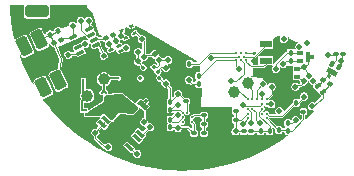
<source format=gbr>
%TF.GenerationSoftware,KiCad,Pcbnew,9.0.0*%
%TF.CreationDate,2025-08-30T10:43:30+02:00*%
%TF.ProjectId,36mm PCB,33366d6d-2050-4434-922e-6b696361645f,rev?*%
%TF.SameCoordinates,Original*%
%TF.FileFunction,Copper,L1,Top*%
%TF.FilePolarity,Positive*%
%FSLAX46Y46*%
G04 Gerber Fmt 4.6, Leading zero omitted, Abs format (unit mm)*
G04 Created by KiCad (PCBNEW 9.0.0) date 2025-08-30 10:43:30*
%MOMM*%
%LPD*%
G01*
G04 APERTURE LIST*
G04 Aperture macros list*
%AMRoundRect*
0 Rectangle with rounded corners*
0 $1 Rounding radius*
0 $2 $3 $4 $5 $6 $7 $8 $9 X,Y pos of 4 corners*
0 Add a 4 corners polygon primitive as box body*
4,1,4,$2,$3,$4,$5,$6,$7,$8,$9,$2,$3,0*
0 Add four circle primitives for the rounded corners*
1,1,$1+$1,$2,$3*
1,1,$1+$1,$4,$5*
1,1,$1+$1,$6,$7*
1,1,$1+$1,$8,$9*
0 Add four rect primitives between the rounded corners*
20,1,$1+$1,$2,$3,$4,$5,0*
20,1,$1+$1,$4,$5,$6,$7,0*
20,1,$1+$1,$6,$7,$8,$9,0*
20,1,$1+$1,$8,$9,$2,$3,0*%
%AMRotRect*
0 Rectangle, with rotation*
0 The origin of the aperture is its center*
0 $1 length*
0 $2 width*
0 $3 Rotation angle, in degrees counterclockwise*
0 Add horizontal line*
21,1,$1,$2,0,0,$3*%
%AMFreePoly0*
4,1,6,0.130000,0.115000,0.130000,-0.115000,-0.130000,-0.115000,-0.130000,0.275000,-0.020000,0.275000,0.130000,0.115000,0.130000,0.115000,$1*%
%AMFreePoly1*
4,1,6,0.130000,-0.115000,-0.130000,-0.115000,-0.130000,0.115000,0.020000,0.275000,0.130000,0.275000,0.130000,-0.115000,0.130000,-0.115000,$1*%
G04 Aperture macros list end*
%TA.AperFunction,SMDPad,CuDef*%
%ADD10R,1.100000X0.600000*%
%TD*%
%TA.AperFunction,SMDPad,CuDef*%
%ADD11RoundRect,0.100000X-0.100000X0.130000X-0.100000X-0.130000X0.100000X-0.130000X0.100000X0.130000X0*%
%TD*%
%TA.AperFunction,SMDPad,CuDef*%
%ADD12RoundRect,0.100000X0.100000X-0.130000X0.100000X0.130000X-0.100000X0.130000X-0.100000X-0.130000X0*%
%TD*%
%TA.AperFunction,SMDPad,CuDef*%
%ADD13RoundRect,0.100000X-0.162583X-0.021603X0.062583X-0.151603X0.162583X0.021603X-0.062583X0.151603X0*%
%TD*%
%TA.AperFunction,SMDPad,CuDef*%
%ADD14RoundRect,0.100000X0.075558X0.145571X-0.160082X0.035690X-0.075558X-0.145571X0.160082X-0.035690X0*%
%TD*%
%TA.AperFunction,SMDPad,CuDef*%
%ADD15RoundRect,0.100000X-0.130000X-0.100000X0.130000X-0.100000X0.130000X0.100000X-0.130000X0.100000X0*%
%TD*%
%TA.AperFunction,SMDPad,CuDef*%
%ADD16C,0.215000*%
%TD*%
%TA.AperFunction,SMDPad,CuDef*%
%ADD17RoundRect,0.100000X-0.075558X-0.145571X0.160082X-0.035690X0.075558X0.145571X-0.160082X0.035690X0*%
%TD*%
%TA.AperFunction,SMDPad,CuDef*%
%ADD18RoundRect,0.100000X-0.145571X0.075558X-0.035690X-0.160082X0.145571X-0.075558X0.035690X0.160082X0*%
%TD*%
%TA.AperFunction,SMDPad,CuDef*%
%ADD19RoundRect,0.100000X-0.163865X0.006958X0.035307X-0.160167X0.163865X-0.006958X-0.035307X0.160167X0*%
%TD*%
%TA.AperFunction,SMDPad,CuDef*%
%ADD20C,0.242000*%
%TD*%
%TA.AperFunction,SMDPad,CuDef*%
%ADD21RotRect,0.350000X0.500000X130.000000*%
%TD*%
%TA.AperFunction,SMDPad,CuDef*%
%ADD22RotRect,0.440000X0.900000X220.000000*%
%TD*%
%TA.AperFunction,SMDPad,CuDef*%
%ADD23RotRect,0.300000X0.340000X130.000000*%
%TD*%
%TA.AperFunction,SMDPad,CuDef*%
%ADD24RotRect,0.200000X0.475000X295.000000*%
%TD*%
%TA.AperFunction,SMDPad,CuDef*%
%ADD25C,0.217000*%
%TD*%
%TA.AperFunction,SMDPad,CuDef*%
%ADD26RoundRect,0.100000X0.163865X-0.006958X-0.035307X0.160167X-0.163865X0.006958X0.035307X-0.160167X0*%
%TD*%
%TA.AperFunction,SMDPad,CuDef*%
%ADD27RoundRect,0.050000X-0.216036X-0.211077X0.300560X0.029815X0.216036X0.211077X-0.300560X-0.029815X0*%
%TD*%
%TA.AperFunction,SMDPad,CuDef*%
%ADD28RotRect,0.350000X0.500000X150.000000*%
%TD*%
%TA.AperFunction,SMDPad,CuDef*%
%ADD29RotRect,0.440000X0.900000X240.000000*%
%TD*%
%TA.AperFunction,SMDPad,CuDef*%
%ADD30RotRect,0.300000X0.340000X150.000000*%
%TD*%
%TA.AperFunction,ComponentPad*%
%ADD31RoundRect,0.150000X-0.850000X-0.350000X0.850000X-0.350000X0.850000X0.350000X-0.850000X0.350000X0*%
%TD*%
%TA.AperFunction,SMDPad,CuDef*%
%ADD32R,0.500000X0.350000*%
%TD*%
%TA.AperFunction,SMDPad,CuDef*%
%ADD33R,0.440000X0.900000*%
%TD*%
%TA.AperFunction,SMDPad,CuDef*%
%ADD34R,0.340000X0.300000*%
%TD*%
%TA.AperFunction,SMDPad,CuDef*%
%ADD35RotRect,0.350000X0.500000X320.000000*%
%TD*%
%TA.AperFunction,SMDPad,CuDef*%
%ADD36RotRect,0.440000X0.900000X50.000000*%
%TD*%
%TA.AperFunction,SMDPad,CuDef*%
%ADD37RotRect,0.300000X0.340000X320.000000*%
%TD*%
%TA.AperFunction,SMDPad,CuDef*%
%ADD38RoundRect,0.100000X0.038097X0.159526X-0.163961X-0.004097X-0.038097X-0.159526X0.163961X0.004097X0*%
%TD*%
%TA.AperFunction,SMDPad,CuDef*%
%ADD39C,0.200000*%
%TD*%
%TA.AperFunction,SMDPad,CuDef*%
%ADD40RoundRect,0.100000X-0.006958X-0.163865X0.160167X0.035307X0.006958X0.163865X-0.160167X-0.035307X0*%
%TD*%
%TA.AperFunction,SMDPad,CuDef*%
%ADD41RoundRect,0.100000X0.130000X0.100000X-0.130000X0.100000X-0.130000X-0.100000X0.130000X-0.100000X0*%
%TD*%
%TA.AperFunction,SMDPad,CuDef*%
%ADD42RotRect,0.300000X0.325000X309.000000*%
%TD*%
%TA.AperFunction,SMDPad,CuDef*%
%ADD43RotRect,0.300000X0.325000X219.000000*%
%TD*%
%TA.AperFunction,SMDPad,CuDef*%
%ADD44RoundRect,0.100000X0.159526X-0.038097X-0.004097X0.163961X-0.159526X0.038097X0.004097X-0.163961X0*%
%TD*%
%TA.AperFunction,ComponentPad*%
%ADD45C,0.500000*%
%TD*%
%TA.AperFunction,SMDPad,CuDef*%
%ADD46RoundRect,0.100000X-0.038097X-0.159526X0.163961X0.004097X0.038097X0.159526X-0.163961X-0.004097X0*%
%TD*%
%TA.AperFunction,SMDPad,CuDef*%
%ADD47RotRect,0.300000X0.800000X50.000000*%
%TD*%
%TA.AperFunction,SMDPad,CuDef*%
%ADD48RotRect,1.550000X1.750000X50.000000*%
%TD*%
%TA.AperFunction,SMDPad,CuDef*%
%ADD49C,1.000000*%
%TD*%
%TA.AperFunction,SMDPad,CuDef*%
%ADD50FreePoly0,115.000000*%
%TD*%
%TA.AperFunction,SMDPad,CuDef*%
%ADD51FreePoly1,115.000000*%
%TD*%
%TA.AperFunction,SMDPad,CuDef*%
%ADD52FreePoly0,295.000000*%
%TD*%
%TA.AperFunction,SMDPad,CuDef*%
%ADD53FreePoly1,295.000000*%
%TD*%
%TA.AperFunction,SMDPad,CuDef*%
%ADD54RotRect,0.520000X0.520000X340.000000*%
%TD*%
%TA.AperFunction,SMDPad,CuDef*%
%ADD55RoundRect,0.100000X0.006958X0.163865X-0.160167X-0.035307X-0.006958X-0.163865X0.160167X0.035307X0*%
%TD*%
%TA.AperFunction,ComponentPad*%
%ADD56C,1.000000*%
%TD*%
%TA.AperFunction,ComponentPad*%
%ADD57RoundRect,0.150000X0.591910X-0.441184X0.042506X0.737016X-0.591910X0.441184X-0.042506X-0.737016X0*%
%TD*%
%TA.AperFunction,ViaPad*%
%ADD58C,0.500000*%
%TD*%
%TA.AperFunction,Conductor*%
%ADD59C,0.100000*%
%TD*%
%TA.AperFunction,Conductor*%
%ADD60C,0.200000*%
%TD*%
G04 APERTURE END LIST*
D10*
%TO.P,Y1,1*%
%TO.N,OSCOUT*%
X207010000Y-118680000D03*
%TO.P,Y1,2,CRYSTAL_2*%
%TO.N,OSCIN*%
X207010000Y-117280000D03*
%TD*%
D11*
%TO.P,R20,1*%
%TO.N,ADCVBAT*%
X208890000Y-123970000D03*
%TO.P,R20,2*%
%TO.N,Net-(IC3-PA0-CK_IN)*%
X208890000Y-124610000D03*
%TD*%
D12*
%TO.P,R4,1*%
%TO.N,+3.3V*%
X198920000Y-124300000D03*
%TO.P,R4,2*%
%TO.N,I2C1_SDA*%
X198920000Y-123660000D03*
%TD*%
D13*
%TO.P,R16,1*%
%TO.N,Net-(Q4-D_1)*%
X211900643Y-120294535D03*
%TO.P,R16,2*%
%TO.N,Tim2_CH3*%
X212454901Y-120614533D03*
%TD*%
D14*
%TO.P,D2,1,K*%
%TO.N,Stat*%
X194071743Y-116469296D03*
%TO.P,D2,2,A*%
%TO.N,Net-(D2-A)*%
X193491707Y-116739772D03*
%TD*%
D15*
%TO.P,L1,1,1*%
%TO.N,+3.3V*%
X205135000Y-124645000D03*
%TO.P,L1,2,2*%
%TO.N,Net-(IC3-VDDA)*%
X205775000Y-124645000D03*
%TD*%
D12*
%TO.P,R2,1*%
%TO.N,GND*%
X200560000Y-119580000D03*
%TO.P,R2,2*%
%TO.N,Net-(IC1-RESET)*%
X200560000Y-118940000D03*
%TD*%
D16*
%TO.P,IC2,A1,INT*%
%TO.N,unconnected-(IC2-INT-PadA1)*%
X199970000Y-123875000D03*
%TO.P,IC2,A2,SDA*%
%TO.N,I2C1_SDA*%
X199970000Y-123475000D03*
%TO.P,IC2,A3,SCK*%
%TO.N,I2C1_SCL*%
X199970000Y-123075000D03*
%TO.P,IC2,B1,GND*%
%TO.N,GND*%
X200370000Y-123875000D03*
%TO.P,IC2,B2,ADSEL*%
X200370000Y-123475000D03*
%TO.P,IC2,B3,VDDIO*%
%TO.N,+3.3V*%
X200370000Y-123075000D03*
%TO.P,IC2,C1,VDD*%
X200770000Y-123875000D03*
%TO.P,IC2,C2,CRST*%
%TO.N,Net-(IC2-CRST)*%
X200770000Y-123475000D03*
%TO.P,IC2,C3,BYPASS*%
%TO.N,GND*%
X200770000Y-123075000D03*
%TD*%
D17*
%TO.P,CLPT1,1*%
%TO.N,GND*%
X192717754Y-118539772D03*
%TO.P,CLPT1,2*%
%TO.N,Net-(TPS3424-1-LPT)*%
X193297790Y-118269296D03*
%TD*%
D18*
%TO.P,R17,1*%
%TO.N,GND*%
X188472535Y-115884516D03*
%TO.P,R17,2*%
%TO.N,Net-(C12-Pad2)*%
X188743009Y-116464552D03*
%TD*%
D12*
%TO.P,C4,1*%
%TO.N,GND*%
X207335000Y-125310000D03*
%TO.P,C4,2*%
%TO.N,Net-(IC3-VDDA)*%
X207335000Y-124670000D03*
%TD*%
D19*
%TO.P,C15,1*%
%TO.N,+3V0*%
X192594866Y-124774308D03*
%TO.P,C15,2*%
%TO.N,GND*%
X193085134Y-125185692D03*
%TD*%
D18*
%TO.P,C12,1*%
%TO.N,GND*%
X189172534Y-115564516D03*
%TO.P,C12,2*%
%TO.N,Net-(C12-Pad2)*%
X189443010Y-116144552D03*
%TD*%
D15*
%TO.P,C6,1*%
%TO.N,Net-(IC2-CRST)*%
X201770000Y-123315000D03*
%TO.P,C6,2*%
%TO.N,GND*%
X202410000Y-123315000D03*
%TD*%
D20*
%TO.P,IC3,A1,PA13*%
%TO.N,SYS_SWDIO*%
X205490000Y-121955000D03*
%TO.P,IC3,A2,PA14*%
%TO.N,SYS_SWCLK*%
X205890000Y-121955000D03*
%TO.P,IC3,A3,PB6*%
%TO.N,I2C1_SCL*%
X206290000Y-121955000D03*
%TO.P,IC3,A4,PB7*%
%TO.N,I2C1_SDA*%
X206690000Y-121955000D03*
%TO.P,IC3,A5,PB9-BOOT0*%
%TO.N,GPIO_EXTI9*%
X207090000Y-121955000D03*
%TO.P,IC3,B4,PA1*%
%TO.N,GPIO_EXTI1*%
X206690000Y-122355000D03*
%TO.P,IC3,B5,PC14-OSC32_IN*%
%TO.N,GPIO_Output_Mono*%
X207090000Y-122355000D03*
%TO.P,IC3,C1,PA8*%
%TO.N,Tim2_CH1*%
X205490000Y-122755000D03*
%TO.P,IC3,C2,PA10*%
%TO.N,Tim2_CH3*%
X205890000Y-122755000D03*
%TO.P,IC3,C4,VDDA*%
%TO.N,Net-(IC3-VDDA)*%
X206690000Y-122755000D03*
%TO.P,IC3,D1,VDD*%
%TO.N,+3.3V*%
X205490000Y-123155000D03*
%TO.P,IC3,D4,PA2*%
%TO.N,unconnected-(IC3-PA2-PadD4)*%
X206680000Y-123155000D03*
%TO.P,IC3,D5,NRST*%
%TO.N,NRST*%
X207090000Y-123155000D03*
%TO.P,IC3,E1,VSS*%
%TO.N,GND*%
X205490000Y-123555000D03*
%TO.P,IC3,E5,PA0-CK_IN*%
%TO.N,Net-(IC3-PA0-CK_IN)*%
X207090000Y-123555000D03*
%TD*%
D21*
%TO.P,Q6,1,G*%
%TO.N,Tim2_CH3*%
X211864447Y-121332105D03*
%TO.P,Q6,2,S*%
%TO.N,Net-(Q4-D_1)*%
X211446636Y-120834175D03*
D22*
%TO.P,Q6,3,D_1*%
%TO.N,GND*%
X211126971Y-121526664D03*
D23*
%TO.P,Q6,4,D_2*%
X210828213Y-121777352D03*
%TD*%
D11*
%TO.P,R5,1*%
%TO.N,+3.3V*%
X198920000Y-122175000D03*
%TO.P,R5,2*%
%TO.N,I2C1_SCL*%
X198920000Y-122815000D03*
%TD*%
D24*
%TO.P,IC4,1,VIN*%
%TO.N,+3V0*%
X194732077Y-117818417D03*
%TO.P,IC4,2,ON*%
%TO.N,Stat*%
X194563029Y-117455893D03*
%TO.P,IC4,3,VOUT*%
%TO.N,ADCVBAT*%
X193950365Y-117741583D03*
%TO.P,IC4,4,GND*%
%TO.N,GND*%
X194119413Y-118104107D03*
%TD*%
D25*
%TO.P,IC10,A1,VDD*%
%TO.N,Net-(IC10-EN)*%
X191810000Y-122890000D03*
%TO.P,IC10,A2,OUT*%
%TO.N,Charge+*%
X191810000Y-123240000D03*
%TO.P,IC10,B1,EN*%
%TO.N,Net-(IC10-EN)*%
X191460000Y-122890000D03*
%TO.P,IC10,B2,GND*%
%TO.N,GND*%
X191460000Y-123240000D03*
%TD*%
D15*
%TO.P,C7,1*%
%TO.N,Net-(IC2-CRST)*%
X201770000Y-124075000D03*
%TO.P,C7,2*%
%TO.N,GND*%
X202410000Y-124075000D03*
%TD*%
D26*
%TO.P,R6,1*%
%TO.N,Net-(IC5-PROG)*%
X197200849Y-124303930D03*
%TO.P,R6,2*%
%TO.N,Net-(Q7-D_1)*%
X196710581Y-123892546D03*
%TD*%
D27*
%TO.P,TPS3424-1,1,PB*%
%TO.N,GPIO_EXTI9*%
X190680141Y-116637541D03*
%TO.P,TPS3424-1,2,GND*%
%TO.N,GND*%
X190891450Y-117090695D03*
%TO.P,TPS3424-1,3,VDD*%
%TO.N,+3V0*%
X191102759Y-117543848D03*
%TO.P,TPS3424-1,4,SPT*%
%TO.N,Net-(TPS3424-1-SPT)*%
X191314068Y-117997002D03*
%TO.P,TPS3424-1,5,LPT*%
%TO.N,Net-(TPS3424-1-LPT)*%
X192655403Y-117371527D03*
%TO.P,TPS3424-1,6,RESET/~RESET~*%
%TO.N,Net-(D2-A)*%
X192444094Y-116918373D03*
%TO.P,TPS3424-1,7,~INT~*%
%TO.N,GPIO_EXTI1*%
X192232785Y-116465220D03*
%TO.P,TPS3424-1,8,kill*%
%TO.N,GPIO_Output_Mono*%
X192021476Y-116012066D03*
%TD*%
D28*
%TO.P,Q4,1,G*%
%TO.N,Tim2_CH1*%
X213211458Y-119239487D03*
%TO.P,Q4,2,S*%
%TO.N,+3.3V*%
X212648542Y-118914487D03*
D29*
%TO.P,Q4,3,D_1*%
%TO.N,Net-(Q4-D_1)*%
X212585000Y-119674545D03*
D30*
%TO.P,Q4,4,D_2*%
X212390000Y-120012295D03*
%TD*%
D11*
%TO.P,R1,1*%
%TO.N,VDD PROG*%
X201330000Y-119980000D03*
%TO.P,R1,2*%
%TO.N,+3V0*%
X201330000Y-120620000D03*
%TD*%
D12*
%TO.P,C13,1*%
%TO.N,NRST*%
X209590000Y-122265000D03*
%TO.P,C13,2*%
%TO.N,GND*%
X209590000Y-121625000D03*
%TD*%
D25*
%TO.P,IC8,A1,VDD*%
%TO.N,GND*%
X191930000Y-120280000D03*
%TO.P,IC8,A2,OUT*%
%TO.N,Net-(IC10-EN)*%
X191580000Y-120280000D03*
%TO.P,IC8,B1,EN*%
%TO.N,GND*%
X191930000Y-119930000D03*
%TO.P,IC8,B2,GND*%
X191580000Y-119930000D03*
%TD*%
D31*
%TO.P,TP15,1,1*%
%TO.N,GND*%
X190057772Y-114509534D03*
%TD*%
D32*
%TO.P,Q3,1,G*%
%TO.N,Tim2_CH3*%
X209887772Y-118049534D03*
%TO.P,Q3,2,S*%
%TO.N,+3.3V*%
X209887772Y-118699534D03*
D33*
%TO.P,Q3,3,D_1*%
%TO.N,Net-(Q3-D_1)*%
X210577772Y-118374534D03*
D34*
%TO.P,Q3,4,D_2*%
X210967772Y-118374534D03*
%TD*%
D35*
%TO.P,Q7,1,G*%
%TO.N,Charge+*%
X195897626Y-122734710D03*
%TO.P,Q7,2,S*%
%TO.N,GND*%
X196395555Y-123152522D03*
D36*
%TO.P,Q7,3,D_1*%
%TO.N,Net-(Q7-D_1)*%
X196590113Y-122415046D03*
D37*
%TO.P,Q7,4,D_2*%
X196840801Y-122116288D03*
%TD*%
D15*
%TO.P,C8,1*%
%TO.N,Net-(IC2-CRST)*%
X201770000Y-124835000D03*
%TO.P,C8,2*%
%TO.N,GND*%
X202410000Y-124835000D03*
%TD*%
D38*
%TO.P,R12,1*%
%TO.N,+3.3V*%
X196708687Y-118338618D03*
%TO.P,R12,2*%
%TO.N,I2C1_SDA*%
X196211313Y-118741382D03*
%TD*%
D39*
%TO.P,IC1,A1,VSS*%
%TO.N,GND*%
X205367772Y-118054534D03*
%TO.P,IC1,A3,I.C.*%
%TO.N,unconnected-(IC1-I.C.-PadA3)*%
X204937772Y-118054534D03*
%TO.P,IC1,A5,RESET*%
%TO.N,Net-(IC1-RESET)*%
X204507772Y-118054534D03*
%TO.P,IC1,B2,OSCIN*%
%TO.N,OSCIN*%
X205162772Y-118334534D03*
%TO.P,IC1,B4,MOT2*%
%TO.N,Net-(IC1-MOT2)*%
X204712772Y-118334534D03*
%TO.P,IC1,C1,OSCOUT*%
%TO.N,OSCOUT*%
X205367772Y-118614534D03*
%TO.P,IC1,C3,MOT1*%
%TO.N,Net-(IC1-MOT1)*%
X204937772Y-118614534D03*
%TO.P,IC1,C5,VDD*%
%TO.N,VDD PROG*%
X204507772Y-118614534D03*
%TD*%
D40*
%TO.P,C14,1*%
%TO.N,Charge+*%
X194767717Y-121786831D03*
%TO.P,C14,2*%
%TO.N,GND*%
X195179101Y-121296563D03*
%TD*%
D15*
%TO.P,C1,1*%
%TO.N,GND*%
X203820000Y-122945000D03*
%TO.P,C1,2*%
%TO.N,+3.3V*%
X204460000Y-122945000D03*
%TD*%
D41*
%TO.P,R14,1*%
%TO.N,Tim2_CH1*%
X213587772Y-118144533D03*
%TO.P,R14,2*%
%TO.N,+3.3V*%
X212947772Y-118144535D03*
%TD*%
D15*
%TO.P,C9,1*%
%TO.N,+3.3V*%
X200270000Y-122125000D03*
%TO.P,C9,2*%
%TO.N,GND*%
X200910000Y-122125000D03*
%TD*%
D17*
%TO.P,R18,1*%
%TO.N,Net-(C12-Pad2)*%
X189097754Y-117159772D03*
%TO.P,R18,2*%
%TO.N,GPIO_EXTI9*%
X189677790Y-116889296D03*
%TD*%
D18*
%TO.P,CSPT1,1*%
%TO.N,GND*%
X190032534Y-117594516D03*
%TO.P,CSPT1,2*%
%TO.N,Net-(TPS3424-1-SPT)*%
X190303010Y-118174552D03*
%TD*%
D42*
%TO.P,U1,1,VDDIO*%
%TO.N,Net-(U1-VDDIO)*%
X197878079Y-119592020D03*
%TO.P,U1,2,SCK*%
%TO.N,I2C1_SCL*%
X197563419Y-119203446D03*
D43*
%TO.P,U1,3,VSS_1*%
%TO.N,GND*%
X197038741Y-118952775D03*
%TO.P,U1,4,SDI*%
%TO.N,I2C1_SDA*%
X196650166Y-119267433D03*
%TO.P,U1,5,SDO*%
%TO.N,GND*%
X196261593Y-119582096D03*
D42*
%TO.P,U1,6,CSB*%
%TO.N,unconnected-(U1-CSB-Pad6)*%
X196397701Y-120147426D03*
%TO.P,U1,7,INT*%
%TO.N,GND*%
X196712361Y-120536000D03*
D43*
%TO.P,U1,8,VSS_2*%
X197237039Y-120786671D03*
%TO.P,U1,9,VSS_3*%
X197625614Y-120472013D03*
%TO.P,U1,10,VDD*%
%TO.N,+3.3V*%
X198014187Y-120157350D03*
%TD*%
D44*
%TO.P,R11,1*%
%TO.N,I2C1_SCL*%
X198000438Y-118630806D03*
%TO.P,R11,2*%
%TO.N,+3.3V*%
X197597674Y-118133432D03*
%TD*%
D45*
%TO.P,IC6,A3,VDD*%
%TO.N,+3.3V*%
X208542772Y-116831554D03*
%TO.P,IC6,B1,SDA*%
%TO.N,I2C1_SDA*%
X210542772Y-117156554D03*
%TO.P,IC6,B2,SCL*%
%TO.N,I2C1_SCL*%
X209867772Y-117481554D03*
%TO.P,IC6,B3,TEST*%
%TO.N,GND*%
X209117772Y-117264534D03*
%TD*%
D32*
%TO.P,Q5,1,G*%
%TO.N,Tim2_CH1*%
X209667772Y-120029534D03*
%TO.P,Q5,2,S*%
%TO.N,Net-(Q3-D_1)*%
X209667772Y-119379534D03*
D33*
%TO.P,Q5,3,D_1*%
%TO.N,GND*%
X208977772Y-119704534D03*
D34*
%TO.P,Q5,4,D_2*%
X208587772Y-119704534D03*
%TD*%
D15*
%TO.P,C17,1*%
%TO.N,GND*%
X209570000Y-123000000D03*
%TO.P,C17,2*%
%TO.N,Net-(IC3-PA0-CK_IN)*%
X210210000Y-123000000D03*
%TD*%
D25*
%TO.P,IC7,A1,VDD*%
%TO.N,GND*%
X194895000Y-120145000D03*
%TO.P,IC7,A2,OUT*%
%TO.N,Net-(IC7-OUT)*%
X194545000Y-120145000D03*
%TO.P,IC7,B1,EN*%
%TO.N,GND*%
X194895000Y-119795000D03*
%TO.P,IC7,B2,GND*%
X194545000Y-119795000D03*
%TD*%
D40*
%TO.P,R15,1*%
%TO.N,Tim2_CH1*%
X210243841Y-120435384D03*
%TO.P,R15,2*%
%TO.N,Net-(Q3-D_1)*%
X210655225Y-119945112D03*
%TD*%
D12*
%TO.P,R10,1*%
%TO.N,Net-(IC3-PA0-CK_IN)*%
X208130000Y-124555000D03*
%TO.P,R10,2*%
%TO.N,GND*%
X208130000Y-123915000D03*
%TD*%
D31*
%TO.P,TP14,1,1*%
%TO.N,+3V0*%
X187632772Y-114509534D03*
%TD*%
D46*
%TO.P,C11,1*%
%TO.N,GND*%
X198048927Y-121010648D03*
%TO.P,C11,2*%
%TO.N,+3.3V*%
X198546301Y-120607884D03*
%TD*%
D47*
%TO.P,IC5,1,VDD_1*%
%TO.N,Charge+*%
X194113330Y-122925697D03*
%TO.P,IC5,2,VDD_2*%
X193791935Y-123308719D03*
%TO.P,IC5,3,VBAT_1*%
%TO.N,+3V0*%
X193470542Y-123691740D03*
%TO.P,IC5,4,VBAT_2*%
X193149149Y-124074764D03*
%TO.P,IC5,5,STAT*%
%TO.N,Stat*%
X195447280Y-126003125D03*
%TO.P,IC5,6,VSS*%
%TO.N,GND*%
X195768675Y-125620103D03*
%TO.P,IC5,7,NC*%
%TO.N,unconnected-(IC5-NC-Pad7)*%
X196090068Y-125237082D03*
%TO.P,IC5,8,PROG*%
%TO.N,Net-(IC5-PROG)*%
X196411461Y-124854058D03*
D48*
%TO.P,IC5,9,EP*%
%TO.N,GND*%
X194780305Y-124464411D03*
%TD*%
D44*
%TO.P,C10,1*%
%TO.N,GND*%
X198938126Y-119788755D03*
%TO.P,C10,2*%
%TO.N,Net-(U1-VDDIO)*%
X198535362Y-119291381D03*
%TD*%
D49*
%TO.P,J3,1,Pin_1*%
%TO.N,Net-(IC10-EN)*%
X191902893Y-121657106D03*
%TO.P,J3,2,Pin_2*%
%TO.N,Net-(IC7-OUT)*%
X193317107Y-120242894D03*
%TD*%
D12*
%TO.P,C3,1*%
%TO.N,GND*%
X206575000Y-125310000D03*
%TO.P,C3,2*%
%TO.N,Net-(IC3-VDDA)*%
X206575000Y-124670000D03*
%TD*%
%TO.P,R13,1*%
%TO.N,+3.3V*%
X209177772Y-118684534D03*
%TO.P,R13,2*%
%TO.N,Tim2_CH3*%
X209177772Y-118044534D03*
%TD*%
D15*
%TO.P,C2,1*%
%TO.N,GND*%
X203820000Y-123715000D03*
%TO.P,C2,2*%
%TO.N,+3.3V*%
X204460000Y-123715000D03*
%TD*%
D50*
%TO.P,LDLN025PU1,1,Vout*%
%TO.N,+3.3V*%
X195956506Y-116338341D03*
D51*
%TO.P,LDLN025PU1,2,GND*%
%TO.N,GND*%
X195681804Y-115749241D03*
D52*
%TO.P,LDLN025PU1,3,EN*%
%TO.N,ADCVBAT*%
X194802686Y-116159181D03*
D53*
%TO.P,LDLN025PU1,4,Vin_*%
X195077388Y-116748281D03*
D54*
%TO.P,LDLN025PU1,5,GND*%
%TO.N,GND*%
X195379596Y-116248761D03*
%TD*%
D55*
%TO.P,R19,1*%
%TO.N,GND*%
X195769790Y-121782452D03*
%TO.P,R19,2*%
%TO.N,Charge+*%
X195358406Y-122272720D03*
%TD*%
D25*
%TO.P,IC9,A1,VDD*%
%TO.N,Net-(IC7-OUT)*%
X193470000Y-121390000D03*
%TO.P,IC9,A2,OUT*%
%TO.N,Charge+*%
X193470000Y-121740000D03*
%TO.P,IC9,B1,EN*%
%TO.N,Net-(IC7-OUT)*%
X193120000Y-121390000D03*
%TO.P,IC9,B2,GND*%
%TO.N,GND*%
X193120000Y-121740000D03*
%TD*%
D41*
%TO.P,C5,1*%
%TO.N,+3.3V*%
X200920000Y-124825000D03*
%TO.P,C5,2*%
%TO.N,GND*%
X200280000Y-124825000D03*
%TD*%
D56*
%TO.P,TP18,1,1*%
%TO.N,SYS_SWCLK*%
X205490000Y-120600000D03*
%TD*%
D57*
%TO.P,SW5,1,1*%
%TO.N,Net-(C12-Pad2)*%
X189455162Y-120320686D03*
%TO.P,SW5,2,2*%
X187849213Y-116876717D03*
%TO.P,SW5,3,K*%
%TO.N,+3V0*%
X188186331Y-120912350D03*
%TO.P,SW5,4,A*%
X186580382Y-117468382D03*
%TD*%
D56*
%TO.P,TP17,1,1*%
%TO.N,SYS_SWDIO*%
X204370000Y-121300000D03*
%TD*%
D58*
%TO.N,I2C1_SDA*%
X199551130Y-123259000D03*
%TO.N,I2C1_SCL*%
X199570000Y-122409000D03*
%TO.N,+3V0*%
X193690000Y-125990000D03*
%TO.N,ADCVBAT*%
X209540000Y-123710000D03*
X194733732Y-116563689D03*
X193750000Y-117280000D03*
%TO.N,+3V0*%
X195190000Y-117600000D03*
%TO.N,GND*%
X206025478Y-118734534D03*
X205110000Y-124060000D03*
X208977772Y-119704534D03*
X209010000Y-123300000D03*
%TO.N,+3.3V*%
X204460000Y-124650000D03*
X199600000Y-121490000D03*
X208490000Y-118950000D03*
X196520000Y-116840000D03*
X212277772Y-118194534D03*
X199590000Y-124350000D03*
%TO.N,NRST*%
X210255935Y-121716592D03*
%TO.N,+3V0*%
X200510000Y-120300000D03*
X208175685Y-122940000D03*
X191740000Y-117240000D03*
%TO.N,Stat*%
X194347311Y-117022689D03*
X196120000Y-126550000D03*
%TO.N,Net-(IC1-MOT2)*%
X202410000Y-118475000D03*
%TO.N,Net-(IC1-MOT1)*%
X204047772Y-120424534D03*
%TO.N,I2C1_SDA*%
X206700000Y-121480000D03*
X196210000Y-117930000D03*
%TO.N,I2C1_SCL*%
X206760000Y-120680000D03*
X198740000Y-118630806D03*
%TO.N,GPIO_Output_Mono*%
X207480000Y-122360000D03*
X192020000Y-115300000D03*
%TO.N,GPIO_EXTI1*%
X205070000Y-122470000D03*
X191370000Y-115300000D03*
%TO.N,GPIO_EXTI9*%
X190680000Y-115700000D03*
X207510000Y-120870000D03*
%TO.N,Tim2_CH3*%
X206492157Y-123967843D03*
X207880000Y-119350000D03*
X210950000Y-122540000D03*
%TO.N,Tim2_CH1*%
X209535196Y-120866133D03*
X205797213Y-123980000D03*
X213391860Y-118690000D03*
%TO.N,Net-(Q4-D_1)*%
X211037772Y-120374534D03*
%TO.N,Net-(Q3-D_1)*%
X210257772Y-119214534D03*
%TO.N,VDD PROG*%
X204770000Y-119390000D03*
%TD*%
D59*
%TO.N,I2C1_SDA*%
X198950000Y-123660000D02*
X198920000Y-123660000D01*
X199351000Y-123259000D02*
X198950000Y-123660000D01*
X199551130Y-123259000D02*
X199351000Y-123259000D01*
X199100000Y-123840000D02*
X198920000Y-123660000D01*
X199605000Y-123840000D02*
X199100000Y-123840000D01*
X199970000Y-123475000D02*
X199605000Y-123840000D01*
%TO.N,+3.3V*%
X198935000Y-124285000D02*
X199525000Y-124285000D01*
X198920000Y-124300000D02*
X198935000Y-124285000D01*
X199525000Y-124285000D02*
X199590000Y-124350000D01*
%TO.N,I2C1_SCL*%
X198925000Y-122820000D02*
X199715000Y-122820000D01*
X199715000Y-122820000D02*
X199970000Y-123075000D01*
X198920000Y-122815000D02*
X198925000Y-122820000D01*
X199570000Y-122409000D02*
X199326000Y-122409000D01*
X199326000Y-122409000D02*
X198920000Y-122815000D01*
%TO.N,+3.3V*%
X199635000Y-121490000D02*
X200270000Y-122125000D01*
X199600000Y-121490000D02*
X199635000Y-121490000D01*
X199015000Y-122080000D02*
X198920000Y-122175000D01*
X199015000Y-122075000D02*
X199015000Y-122080000D01*
X199600000Y-121490000D02*
X199015000Y-122075000D01*
%TO.N,+3V0*%
X193376890Y-125990000D02*
X193690000Y-125990000D01*
X192594866Y-125207976D02*
X193376890Y-125990000D01*
X192594866Y-124774308D02*
X192594866Y-125207976D01*
%TO.N,Stat*%
X196120000Y-126550000D02*
X195990000Y-126420000D01*
X195990000Y-126420000D02*
X195864155Y-126420000D01*
X195864155Y-126420000D02*
X195447280Y-126003125D01*
%TO.N,OSCOUT*%
X207010000Y-118940000D02*
X207010000Y-118680000D01*
X206790000Y-119160000D02*
X207010000Y-118940000D01*
X205730000Y-119160000D02*
X206790000Y-119160000D01*
X205367772Y-118797772D02*
X205730000Y-119160000D01*
X205367772Y-118614534D02*
X205367772Y-118797772D01*
%TO.N,OSCIN*%
X207010000Y-117364256D02*
X207010000Y-117280000D01*
X206039722Y-118334534D02*
X207010000Y-117364256D01*
X205162772Y-118334534D02*
X206039722Y-118334534D01*
%TO.N,Net-(IC3-PA0-CK_IN)*%
X210210000Y-123607100D02*
X210210000Y-123000000D01*
X209207100Y-124610000D02*
X210210000Y-123607100D01*
X208890000Y-124610000D02*
X209207100Y-124610000D01*
X208835000Y-124555000D02*
X208890000Y-124610000D01*
X208130000Y-124555000D02*
X208835000Y-124555000D01*
X208090000Y-124555000D02*
X208130000Y-124555000D01*
X207090000Y-123555000D02*
X208090000Y-124555000D01*
%TO.N,+3V0*%
X194732077Y-117818417D02*
X195190000Y-117600000D01*
%TO.N,ADCVBAT*%
X209280000Y-123970000D02*
X208890000Y-123970000D01*
X209540000Y-123710000D02*
X209280000Y-123970000D01*
X195077388Y-116748281D02*
X194733732Y-116563689D01*
X194802686Y-116159181D02*
X194733732Y-116563689D01*
X193950365Y-117741583D02*
X193750000Y-117280000D01*
%TO.N,GND*%
X205110000Y-124060000D02*
X205490000Y-123555000D01*
X205367772Y-118054534D02*
X206024534Y-118054534D01*
X208977772Y-119704534D02*
X208587772Y-119704534D01*
X195681804Y-115749241D02*
X195379596Y-116248761D01*
X206024534Y-118054534D02*
X206030000Y-118060000D01*
%TO.N,+3.3V*%
X198920000Y-120990000D02*
X198546301Y-120616301D01*
X204460000Y-122945000D02*
X204460000Y-124650000D01*
X198546301Y-120607884D02*
X198464721Y-120607884D01*
X196817305Y-118230000D02*
X196708687Y-118338618D01*
X209177772Y-118684534D02*
X208755466Y-118684534D01*
X212947772Y-118144535D02*
X212947772Y-118615257D01*
X205455000Y-123155000D02*
X204895000Y-123715000D01*
X212277772Y-118194534D02*
X212897773Y-118194534D01*
X198546301Y-120616301D02*
X198546301Y-120607884D01*
X196520000Y-116840000D02*
X196708687Y-117028687D01*
X200920000Y-124025000D02*
X200920000Y-124825000D01*
X200370000Y-122225000D02*
X200270000Y-122125000D01*
X196520000Y-116840000D02*
X196018341Y-116338341D01*
X196708687Y-117028687D02*
X196708687Y-118338618D01*
X205490000Y-123155000D02*
X205455000Y-123155000D01*
X198920000Y-122175000D02*
X198920000Y-120990000D01*
X204465000Y-124645000D02*
X204460000Y-124650000D01*
X212947772Y-118615257D02*
X212648542Y-118914487D01*
X197597674Y-118133432D02*
X197501106Y-118230000D01*
X209872772Y-118684534D02*
X209887772Y-118699534D01*
X198464721Y-120607884D02*
X198014187Y-120157350D01*
X212897773Y-118194534D02*
X212947772Y-118144535D01*
X208755466Y-118684534D02*
X208490000Y-118950000D01*
X209177772Y-118684534D02*
X209872772Y-118684534D01*
X204895000Y-123715000D02*
X204460000Y-123715000D01*
X205135000Y-124645000D02*
X204465000Y-124645000D01*
X199590000Y-124350000D02*
X200445000Y-124350000D01*
X200445000Y-124350000D02*
X200920000Y-124825000D01*
X200770000Y-123875000D02*
X200920000Y-124025000D01*
X197501106Y-118230000D02*
X196817305Y-118230000D01*
X196018341Y-116338341D02*
X195956506Y-116338341D01*
X200370000Y-123075000D02*
X200370000Y-122225000D01*
%TO.N,Net-(IC3-VDDA)*%
X207335000Y-124670000D02*
X205800000Y-124670000D01*
X206408000Y-123318000D02*
X206408000Y-123037000D01*
X207335000Y-124670000D02*
X207335000Y-124245000D01*
X207335000Y-124245000D02*
X206408000Y-123318000D01*
X206408000Y-123037000D02*
X206690000Y-122755000D01*
X205800000Y-124670000D02*
X205775000Y-124645000D01*
%TO.N,Net-(IC2-CRST)*%
X201770000Y-124075000D02*
X201770000Y-123315000D01*
X200770000Y-123475000D02*
X200935000Y-123310000D01*
X201765000Y-123310000D02*
X201770000Y-123315000D01*
X200935000Y-123310000D02*
X201765000Y-123310000D01*
X201770000Y-124075000D02*
X201770000Y-124835000D01*
%TO.N,Net-(U1-VDDIO)*%
X197940000Y-119380000D02*
X198150000Y-119210000D01*
X197878079Y-119592020D02*
X197940000Y-119380000D01*
X198150000Y-119210000D02*
X198535362Y-119291381D01*
%TO.N,Net-(C12-Pad2)*%
X189455162Y-120320685D02*
X189670000Y-118510000D01*
X189670000Y-118510000D02*
X189097754Y-117159772D01*
X189097754Y-117159772D02*
X188743009Y-116464552D01*
X189443010Y-116144552D02*
X188743009Y-116464552D01*
X187849214Y-116876716D02*
X188743009Y-116464552D01*
%TO.N,NRST*%
X209475000Y-122265000D02*
X209590000Y-122265000D01*
X209705000Y-122265000D02*
X209590000Y-122265000D01*
X207090000Y-123155000D02*
X207275000Y-123340000D01*
X210255935Y-121716592D02*
X210253408Y-121716592D01*
X208400000Y-123340000D02*
X209475000Y-122265000D01*
X207275000Y-123340000D02*
X208400000Y-123340000D01*
X210253408Y-121716592D02*
X209705000Y-122265000D01*
%TO.N,Net-(TPS3424-1-LPT)*%
X192655403Y-117465403D02*
X192880000Y-117310000D01*
X192880000Y-117310000D02*
X193297790Y-118269296D01*
X192655403Y-117371527D02*
X192655403Y-117465403D01*
%TO.N,Net-(TPS3424-1-SPT)*%
X190303010Y-118174552D02*
X190357562Y-118120000D01*
X190357562Y-118120000D02*
X191191070Y-118120000D01*
X191191070Y-118120000D02*
X191314068Y-117997002D01*
%TO.N,+3V0*%
X191102759Y-117543848D02*
X191740000Y-117240000D01*
X192889751Y-124409751D02*
X193470542Y-123691740D01*
X192594866Y-124774308D02*
X192889751Y-124409751D01*
X200750000Y-120620000D02*
X201330000Y-120620000D01*
X208175685Y-122940000D02*
X208350000Y-122940000D01*
X200510000Y-120300000D02*
X200510000Y-120380000D01*
X200510000Y-120380000D02*
X200750000Y-120620000D01*
%TO.N,Net-(D2-A)*%
X192532467Y-116830000D02*
X193401479Y-116830000D01*
X193401479Y-116830000D02*
X193491707Y-116739772D01*
X192444094Y-116918373D02*
X192532467Y-116830000D01*
%TO.N,Stat*%
X194347311Y-117022689D02*
X194563029Y-117455893D01*
X194071743Y-116469296D02*
X194347311Y-117022689D01*
%TO.N,Net-(IC1-MOT2)*%
X202550466Y-118334534D02*
X204712772Y-118334534D01*
X202410000Y-118475000D02*
X202550466Y-118334534D01*
%TO.N,Net-(IC1-RESET)*%
X202263366Y-118054534D02*
X204507772Y-118054534D01*
X201377900Y-118940000D02*
X202263366Y-118054534D01*
X200560000Y-118940000D02*
X201377900Y-118940000D01*
%TO.N,Net-(IC1-MOT1)*%
X205170000Y-119790000D02*
X204535466Y-120424534D01*
X205170000Y-118846762D02*
X205170000Y-119790000D01*
X204937772Y-118614534D02*
X205170000Y-118846762D01*
X204535466Y-120424534D02*
X204047772Y-120424534D01*
%TO.N,I2C1_SDA*%
X206700000Y-121480000D02*
X206700000Y-121945000D01*
X196210000Y-118740069D02*
X196211313Y-118741382D01*
X196210000Y-117930000D02*
X196210000Y-118740069D01*
X206700000Y-121945000D02*
X206690000Y-121955000D01*
X196650166Y-119267433D02*
X196211313Y-118741382D01*
%TO.N,I2C1_SCL*%
X197786554Y-119203446D02*
X198010000Y-119010000D01*
X197563419Y-119203446D02*
X197786554Y-119203446D01*
X206730000Y-120680000D02*
X206290000Y-121120000D01*
X198010000Y-119010000D02*
X198000438Y-118630806D01*
X198740000Y-118630806D02*
X198000438Y-118630806D01*
X206760000Y-120680000D02*
X206730000Y-120680000D01*
X206290000Y-121120000D02*
X206290000Y-121955000D01*
%TO.N,GPIO_Output_Mono*%
X207480000Y-122360000D02*
X207095000Y-122360000D01*
X192021476Y-115301476D02*
X192020000Y-115300000D01*
X207095000Y-122360000D02*
X207090000Y-122355000D01*
X192021476Y-116012066D02*
X192021476Y-115301476D01*
%TO.N,GPIO_EXTI1*%
X191761943Y-116465220D02*
X191370000Y-116073277D01*
X205070000Y-122470000D02*
X205206255Y-122470000D01*
X206565000Y-122480000D02*
X206690000Y-122355000D01*
X192232785Y-116465220D02*
X191761943Y-116465220D01*
X205216255Y-122480000D02*
X206565000Y-122480000D01*
X205206255Y-122470000D02*
X205216255Y-122480000D01*
X191370000Y-116073277D02*
X191370000Y-115300000D01*
%TO.N,SYS_SWCLK*%
X205490000Y-120600000D02*
X205490000Y-120750000D01*
X205490000Y-120750000D02*
X205890000Y-121150000D01*
X205890000Y-121150000D02*
X205890000Y-121955000D01*
%TO.N,GPIO_EXTI9*%
X207090000Y-121955000D02*
X207510000Y-121535000D01*
X189797086Y-116770000D02*
X190547682Y-116770000D01*
X207510000Y-121535000D02*
X207510000Y-120870000D01*
X190547682Y-116770000D02*
X190680141Y-116637541D01*
X189677790Y-116889296D02*
X189797086Y-116770000D01*
X190680141Y-116637541D02*
X190680141Y-115700141D01*
X190680141Y-115700141D02*
X190680000Y-115700000D01*
%TO.N,SYS_SWDIO*%
X204750000Y-121220000D02*
X205485000Y-121955000D01*
X204660000Y-121220000D02*
X204750000Y-121220000D01*
X205485000Y-121955000D02*
X205490000Y-121955000D01*
%TO.N,Tim2_CH3*%
X206492157Y-123967843D02*
X206190000Y-123665686D01*
X208828366Y-118044534D02*
X209177772Y-118044534D01*
X206190000Y-123665686D02*
X206190000Y-123055000D01*
X209182772Y-118049534D02*
X209177772Y-118044534D01*
X210950000Y-122540000D02*
X210988272Y-122540000D01*
X210988272Y-122540000D02*
X211850000Y-121810000D01*
X211850000Y-121810000D02*
X211864447Y-121332105D01*
X207880000Y-118992900D02*
X208828366Y-118044534D01*
X209887772Y-118049534D02*
X209182772Y-118049534D01*
X207880000Y-119350000D02*
X207880000Y-118992900D01*
X211864447Y-121332105D02*
X212454901Y-120614533D01*
X211864447Y-121332104D02*
X211864447Y-121332105D01*
X206190000Y-123055000D02*
X205890000Y-122755000D01*
%TO.N,Tim2_CH1*%
X213391860Y-118690000D02*
X213391860Y-119059085D01*
X213587772Y-118144533D02*
X213391860Y-118690000D01*
X209631329Y-120770000D02*
X209990000Y-120770000D01*
X209535196Y-120866133D02*
X209631329Y-120770000D01*
X205797213Y-123980000D02*
X205797213Y-123062213D01*
X205797213Y-123062213D02*
X205490000Y-122755000D01*
X209667772Y-120029534D02*
X210243841Y-120435383D01*
X209990000Y-120770000D02*
X210243841Y-120435384D01*
X213391860Y-119059085D02*
X213211458Y-119239487D01*
%TO.N,Net-(IC5-PROG)*%
X196650721Y-124854058D02*
X196411461Y-124854058D01*
X197200849Y-124303930D02*
X196650721Y-124854058D01*
%TO.N,Net-(Q4-D_1)*%
X211446636Y-120834175D02*
X211900643Y-120294535D01*
X211037772Y-120425311D02*
X211446636Y-120834175D01*
X211900643Y-120294535D02*
X212182883Y-120012295D01*
X211037772Y-120374534D02*
X211037772Y-120425311D01*
X212182883Y-120012295D02*
X212390000Y-120012295D01*
%TO.N,Net-(Q3-D_1)*%
X210257772Y-119214534D02*
X210590000Y-118960000D01*
X210257772Y-119214534D02*
X209667772Y-119379534D01*
X210257772Y-119214534D02*
X210655225Y-119945113D01*
X210590000Y-118960000D02*
X210577772Y-118374534D01*
%TO.N,Net-(Q7-D_1)*%
X196852542Y-123750585D02*
X196852542Y-122677475D01*
X196852542Y-122677475D02*
X196590113Y-122415046D01*
X196840801Y-122116288D02*
X196840801Y-122164358D01*
X196840801Y-122164358D02*
X196590113Y-122415046D01*
X196710581Y-123892546D02*
X196852542Y-123750585D01*
%TO.N,VDD PROG*%
X202811000Y-118640000D02*
X202811000Y-118641100D01*
X204507772Y-118614534D02*
X204482306Y-118640000D01*
X201472100Y-119980000D02*
X201330000Y-119980000D01*
X204691427Y-119321427D02*
X204507772Y-119137772D01*
X204701427Y-119321427D02*
X204691427Y-119321427D01*
X204507772Y-119137772D02*
X204507772Y-118614534D01*
X204770000Y-119390000D02*
X204701427Y-119321427D01*
X202811000Y-118641100D02*
X201472100Y-119980000D01*
X204482306Y-118640000D02*
X202811000Y-118640000D01*
D60*
%TO.N,Net-(IC7-OUT)*%
X193317108Y-121192892D02*
X193120000Y-121390000D01*
X193317108Y-120242894D02*
X193317108Y-121192892D01*
X193470000Y-121390000D02*
X193317108Y-121237108D01*
X193415002Y-120145000D02*
X193317108Y-120242894D01*
X194545000Y-120145000D02*
X193415002Y-120145000D01*
X193317108Y-121237108D02*
X193317108Y-121192892D01*
%TO.N,Net-(IC10-EN)*%
X191460000Y-122890000D02*
X191460000Y-122099998D01*
X191810000Y-122890000D02*
X191460000Y-122890000D01*
X191460000Y-122099998D02*
X191902892Y-121657106D01*
X191580000Y-121334214D02*
X191580000Y-120280000D01*
X191902892Y-121657106D02*
X191580000Y-121334214D01*
%TD*%
%TA.AperFunction,Conductor*%
%TO.N,Charge+*%
G36*
X194810661Y-121517106D02*
G01*
X194820866Y-121524091D01*
X196189013Y-122591943D01*
X196223252Y-122642651D01*
X196221146Y-122703800D01*
X196201920Y-122735952D01*
X195848094Y-123131899D01*
X195795221Y-123162691D01*
X195764423Y-123164441D01*
X194758687Y-123063868D01*
X194620000Y-123050000D01*
X194619999Y-123050000D01*
X194073721Y-123703741D01*
X194021900Y-123736270D01*
X193960855Y-123732127D01*
X193933984Y-123715986D01*
X193250000Y-123139999D01*
X193109717Y-123313291D01*
X193058408Y-123346623D01*
X193032770Y-123350000D01*
X191799000Y-123350000D01*
X191784088Y-123345155D01*
X191768407Y-123345155D01*
X191755721Y-123335938D01*
X191740809Y-123331093D01*
X191731592Y-123318407D01*
X191718907Y-123309191D01*
X191714061Y-123294278D01*
X191704845Y-123281593D01*
X191700000Y-123251000D01*
X191700000Y-123225593D01*
X191718907Y-123167402D01*
X191747469Y-123141062D01*
X191792732Y-123113469D01*
X191844263Y-123099000D01*
X191851574Y-123099000D01*
X191900012Y-123078935D01*
X191928389Y-123067182D01*
X191987182Y-123008389D01*
X191987185Y-123008381D01*
X191990220Y-123003840D01*
X192021003Y-122974308D01*
X193360000Y-122158023D01*
X193360000Y-121720407D01*
X193378907Y-121662216D01*
X193428407Y-121626252D01*
X193450029Y-121621815D01*
X194750999Y-121503545D01*
X194810661Y-121517106D01*
G37*
%TD.AperFunction*%
%TD*%
%TA.AperFunction,Conductor*%
%TO.N,GND*%
G36*
X186541071Y-113999386D02*
G01*
X186555423Y-114034034D01*
X186548387Y-114057227D01*
X186548652Y-114057337D01*
X186547541Y-114060016D01*
X186547166Y-114061254D01*
X186546806Y-114061794D01*
X186546805Y-114061796D01*
X186532272Y-114134856D01*
X186532272Y-114884211D01*
X186546805Y-114957273D01*
X186602170Y-115040135D01*
X186669009Y-115084794D01*
X186685032Y-115095500D01*
X186758098Y-115110034D01*
X188507446Y-115110034D01*
X188580512Y-115095500D01*
X188663373Y-115040135D01*
X188718738Y-114957274D01*
X188733272Y-114884208D01*
X188733272Y-114134860D01*
X188718738Y-114061794D01*
X188718377Y-114061254D01*
X188718251Y-114060617D01*
X188716892Y-114057337D01*
X188717544Y-114057066D01*
X188711063Y-114024473D01*
X188731899Y-113993291D01*
X188759121Y-113985034D01*
X191848664Y-113985034D01*
X191883312Y-113999386D01*
X191897664Y-114034034D01*
X191895814Y-114047369D01*
X191881479Y-114098053D01*
X191890796Y-114177275D01*
X191890796Y-114177277D01*
X191918932Y-114227600D01*
X191921907Y-114232921D01*
X191929720Y-114246896D01*
X192375328Y-114598712D01*
X192393424Y-114629917D01*
X192415196Y-114775401D01*
X192415201Y-114775432D01*
X192518020Y-115256331D01*
X192650405Y-115729924D01*
X192650407Y-115729933D01*
X192809101Y-116186493D01*
X192811865Y-116194444D01*
X192828867Y-116235042D01*
X192893975Y-116390509D01*
X192893975Y-116390511D01*
X192896505Y-116396554D01*
X192898214Y-116409527D01*
X192911769Y-116433005D01*
X192912976Y-116435888D01*
X192912979Y-116435893D01*
X192922246Y-116458029D01*
X192926899Y-116462647D01*
X192934813Y-116472921D01*
X192938096Y-116478605D01*
X192959614Y-116495116D01*
X192978860Y-116514218D01*
X192990980Y-116519185D01*
X193001376Y-116527162D01*
X193027575Y-116534182D01*
X193052667Y-116544465D01*
X193065766Y-116544415D01*
X193078423Y-116547807D01*
X193100499Y-116544900D01*
X193113387Y-116548353D01*
X193126727Y-116548673D01*
X193130892Y-116553043D01*
X193136725Y-116554606D01*
X193143397Y-116566161D01*
X193152603Y-116575820D01*
X193152120Y-116581270D01*
X193155477Y-116587084D01*
X193151704Y-116613312D01*
X193150424Y-116616201D01*
X193139526Y-116634163D01*
X193137953Y-116644381D01*
X193135320Y-116650331D01*
X193126095Y-116659123D01*
X193119485Y-116670017D01*
X193112147Y-116672418D01*
X193108173Y-116676207D01*
X193101091Y-116676037D01*
X193090512Y-116679500D01*
X192844443Y-116679500D01*
X192809795Y-116665148D01*
X192800035Y-116651210D01*
X192790266Y-116630260D01*
X192780519Y-116616967D01*
X192763798Y-116594163D01*
X192763797Y-116594162D01*
X192712612Y-116563102D01*
X192712609Y-116563101D01*
X192712604Y-116563099D01*
X192711268Y-116562894D01*
X192710111Y-116562192D01*
X192708073Y-116561450D01*
X192708220Y-116561044D01*
X192679207Y-116543436D01*
X192670296Y-116507008D01*
X192676834Y-116489046D01*
X192677538Y-116487887D01*
X192686646Y-116428711D01*
X192676007Y-116385232D01*
X192621183Y-116267661D01*
X192578959Y-116177110D01*
X192578957Y-116177108D01*
X192578957Y-116177107D01*
X192552488Y-116141009D01*
X192501303Y-116109949D01*
X192501300Y-116109948D01*
X192501295Y-116109946D01*
X192499959Y-116109741D01*
X192498802Y-116109039D01*
X192496764Y-116108297D01*
X192496911Y-116107891D01*
X192467898Y-116090284D01*
X192458986Y-116053856D01*
X192465525Y-116035891D01*
X192466229Y-116034733D01*
X192475337Y-115975557D01*
X192464698Y-115932078D01*
X192399552Y-115792371D01*
X192367650Y-115723956D01*
X192367648Y-115723954D01*
X192367648Y-115723953D01*
X192341179Y-115687855D01*
X192289994Y-115656795D01*
X192289991Y-115656794D01*
X192271936Y-115654015D01*
X192239874Y-115634558D01*
X192230961Y-115598130D01*
X192244740Y-115570940D01*
X192300469Y-115515212D01*
X192346614Y-115435288D01*
X192369601Y-115349500D01*
X192370500Y-115346146D01*
X192370500Y-115253853D01*
X192346614Y-115164713D01*
X192346613Y-115164710D01*
X192315044Y-115110033D01*
X192300469Y-115084788D01*
X192235212Y-115019531D01*
X192176890Y-114985858D01*
X192155289Y-114973386D01*
X192155286Y-114973385D01*
X192066147Y-114949500D01*
X192066144Y-114949500D01*
X191973856Y-114949500D01*
X191973853Y-114949500D01*
X191884713Y-114973385D01*
X191884710Y-114973386D01*
X191804794Y-115019527D01*
X191804784Y-115019534D01*
X191739534Y-115084784D01*
X191739529Y-115084791D01*
X191737434Y-115088420D01*
X191707679Y-115111248D01*
X191670497Y-115106351D01*
X191652566Y-115088420D01*
X191650472Y-115084794D01*
X191650469Y-115084788D01*
X191585212Y-115019531D01*
X191526890Y-114985858D01*
X191505289Y-114973386D01*
X191505286Y-114973385D01*
X191416147Y-114949500D01*
X191416144Y-114949500D01*
X191323856Y-114949500D01*
X191323853Y-114949500D01*
X191234713Y-114973385D01*
X191234710Y-114973386D01*
X191154794Y-115019527D01*
X191154784Y-115019534D01*
X191089534Y-115084784D01*
X191089527Y-115084794D01*
X191043386Y-115164710D01*
X191043385Y-115164713D01*
X191019500Y-115253853D01*
X191019500Y-115346147D01*
X191030916Y-115388753D01*
X191028775Y-115405008D01*
X191028333Y-115421402D01*
X191026373Y-115423258D01*
X191026021Y-115425935D01*
X191001108Y-115447195D01*
X190974227Y-115457488D01*
X190936738Y-115456475D01*
X190922057Y-115446376D01*
X190895215Y-115419534D01*
X190895212Y-115419531D01*
X190870058Y-115405008D01*
X190815289Y-115373386D01*
X190815286Y-115373385D01*
X190726147Y-115349500D01*
X190726144Y-115349500D01*
X190633856Y-115349500D01*
X190633853Y-115349500D01*
X190544713Y-115373385D01*
X190544710Y-115373386D01*
X190464794Y-115419527D01*
X190464784Y-115419534D01*
X190399534Y-115484784D01*
X190399527Y-115484794D01*
X190353386Y-115564710D01*
X190353385Y-115564713D01*
X190329500Y-115653853D01*
X190329500Y-115670647D01*
X190315148Y-115705295D01*
X190298022Y-115716407D01*
X189727112Y-115935008D01*
X189689622Y-115933995D01*
X189665181Y-115909956D01*
X189652071Y-115881840D01*
X189652069Y-115881838D01*
X189652069Y-115881837D01*
X189616810Y-115833750D01*
X189548619Y-115792371D01*
X189548617Y-115792370D01*
X189548616Y-115792370D01*
X189485668Y-115782682D01*
X189469783Y-115780237D01*
X189469782Y-115780237D01*
X189411867Y-115794408D01*
X189411862Y-115794410D01*
X189194809Y-115895622D01*
X189194807Y-115895624D01*
X189176804Y-115908825D01*
X189146719Y-115930884D01*
X189136874Y-115947108D01*
X189105340Y-115999075D01*
X189105340Y-115999076D01*
X189093453Y-116076304D01*
X189093205Y-116077912D01*
X189097013Y-116093477D01*
X189094812Y-116107771D01*
X189095334Y-116122229D01*
X189092042Y-116125767D01*
X189091307Y-116130544D01*
X189069790Y-116149685D01*
X189017703Y-116173497D01*
X188989273Y-116186493D01*
X188951794Y-116187845D01*
X188929385Y-116170902D01*
X188928886Y-116170221D01*
X188916809Y-116153750D01*
X188848618Y-116112371D01*
X188848616Y-116112370D01*
X188848615Y-116112370D01*
X188787310Y-116102934D01*
X188769782Y-116100237D01*
X188769781Y-116100237D01*
X188711866Y-116114408D01*
X188711861Y-116114410D01*
X188494808Y-116215622D01*
X188494806Y-116215624D01*
X188468324Y-116235042D01*
X188446718Y-116250884D01*
X188441043Y-116260237D01*
X188405339Y-116319075D01*
X188404360Y-116325433D01*
X188393593Y-116395388D01*
X188393204Y-116397912D01*
X188393273Y-116399496D01*
X188392731Y-116400984D01*
X188392470Y-116402681D01*
X188392132Y-116402629D01*
X188380443Y-116434736D01*
X188346452Y-116450583D01*
X188311212Y-116437753D01*
X188299910Y-116422337D01*
X188295572Y-116413035D01*
X188199007Y-116205949D01*
X188108323Y-116011475D01*
X188108321Y-116011473D01*
X188108321Y-116011472D01*
X188064270Y-115951394D01*
X188064269Y-115951393D01*
X188032445Y-115932082D01*
X187979074Y-115899695D01*
X187979071Y-115899694D01*
X187979070Y-115899694D01*
X187880577Y-115884535D01*
X187808219Y-115902241D01*
X187808214Y-115902243D01*
X187129078Y-116218928D01*
X187129076Y-116218930D01*
X187068997Y-116262981D01*
X187068997Y-116262982D01*
X187017298Y-116348179D01*
X187017298Y-116348180D01*
X187017297Y-116348181D01*
X187002139Y-116446674D01*
X187019844Y-116519032D01*
X187019846Y-116519037D01*
X187590102Y-117741958D01*
X187590104Y-117741960D01*
X187590105Y-117741962D01*
X187613200Y-117773460D01*
X187628783Y-117794713D01*
X187634156Y-117802040D01*
X187719352Y-117853739D01*
X187817848Y-117868898D01*
X187890211Y-117851191D01*
X188501130Y-117566315D01*
X188569347Y-117534505D01*
X188569347Y-117534504D01*
X188569351Y-117534503D01*
X188629429Y-117490452D01*
X188681128Y-117405255D01*
X188696287Y-117306760D01*
X188696287Y-117306758D01*
X188696150Y-117303623D01*
X188708975Y-117268381D01*
X188742963Y-117252530D01*
X188778205Y-117265355D01*
X188789512Y-117280775D01*
X188848824Y-117407972D01*
X188848826Y-117407974D01*
X188848827Y-117407976D01*
X188884086Y-117456063D01*
X188952278Y-117497442D01*
X189031113Y-117509577D01*
X189037218Y-117508083D01*
X189074285Y-117513786D01*
X189093982Y-117536557D01*
X189510764Y-118519963D01*
X189514308Y-118544857D01*
X189422739Y-119316610D01*
X189404404Y-119349326D01*
X189394788Y-119355246D01*
X188735027Y-119662897D01*
X188735025Y-119662899D01*
X188674946Y-119706950D01*
X188674946Y-119706951D01*
X188623247Y-119792148D01*
X188623247Y-119792149D01*
X188623246Y-119792150D01*
X188608088Y-119890643D01*
X188625793Y-119963001D01*
X188625795Y-119963006D01*
X189196051Y-121185927D01*
X189196053Y-121185929D01*
X189196054Y-121185931D01*
X189240105Y-121246009D01*
X189325301Y-121297708D01*
X189423797Y-121312867D01*
X189496160Y-121295160D01*
X190117797Y-121005286D01*
X190175296Y-120978474D01*
X190175296Y-120978473D01*
X190175300Y-120978472D01*
X190235378Y-120934421D01*
X190287077Y-120849224D01*
X190302236Y-120750729D01*
X190284529Y-120678366D01*
X189716263Y-119459715D01*
X189712013Y-119433236D01*
X189817075Y-118547757D01*
X189820739Y-118538706D01*
X189820572Y-118518289D01*
X189822979Y-118498005D01*
X189820329Y-118488601D01*
X189820250Y-118478835D01*
X189812280Y-118460031D01*
X189806743Y-118440375D01*
X189804761Y-118437860D01*
X189798135Y-118426656D01*
X189430537Y-117559301D01*
X189430231Y-117521800D01*
X189456137Y-117495235D01*
X191603125Y-116563102D01*
X191610504Y-116562978D01*
X191616950Y-116559381D01*
X191626519Y-116562707D01*
X191640622Y-116562469D01*
X191653030Y-116569614D01*
X191655266Y-116571382D01*
X191676691Y-116592807D01*
X191682302Y-116595131D01*
X191732007Y-116615720D01*
X191791227Y-116615720D01*
X191825875Y-116630072D01*
X191835635Y-116644011D01*
X191838991Y-116651207D01*
X191886610Y-116753329D01*
X191886612Y-116753331D01*
X191886613Y-116753333D01*
X191894702Y-116764364D01*
X191913080Y-116789429D01*
X191913082Y-116789431D01*
X191964267Y-116820491D01*
X191965181Y-116820631D01*
X191965604Y-116820697D01*
X191966759Y-116821397D01*
X191968806Y-116822143D01*
X191968657Y-116822549D01*
X191997667Y-116840150D01*
X192006583Y-116876578D01*
X192005143Y-116883017D01*
X192003340Y-116889115D01*
X191999341Y-116895706D01*
X191997112Y-116910185D01*
X191996174Y-116913360D01*
X191986302Y-116925565D01*
X191978158Y-116938986D01*
X191974778Y-116939812D01*
X191972590Y-116942519D01*
X191956977Y-116944168D01*
X191941729Y-116947900D01*
X191937094Y-116946269D01*
X191935294Y-116946460D01*
X191933492Y-116945003D01*
X191924684Y-116941905D01*
X191875289Y-116913386D01*
X191875286Y-116913385D01*
X191786147Y-116889500D01*
X191786144Y-116889500D01*
X191693856Y-116889500D01*
X191693853Y-116889500D01*
X191604713Y-116913385D01*
X191604710Y-116913386D01*
X191524794Y-116959527D01*
X191524784Y-116959534D01*
X191459534Y-117024784D01*
X191459527Y-117024794D01*
X191413386Y-117104710D01*
X191413386Y-117104711D01*
X191401505Y-117149050D01*
X191378674Y-117178803D01*
X191346722Y-117184797D01*
X191312102Y-117179469D01*
X191268624Y-117190107D01*
X191268620Y-117190108D01*
X190725167Y-117443524D01*
X190725165Y-117443526D01*
X190689067Y-117469994D01*
X190689066Y-117469996D01*
X190658006Y-117521181D01*
X190658006Y-117521182D01*
X190658005Y-117521183D01*
X190648898Y-117580357D01*
X190659535Y-117623831D01*
X190659537Y-117623836D01*
X190756584Y-117831957D01*
X190756586Y-117831959D01*
X190756587Y-117831961D01*
X190763709Y-117841675D01*
X190783054Y-117868058D01*
X190800442Y-117878609D01*
X190822618Y-117908854D01*
X190816913Y-117945920D01*
X190786668Y-117968096D01*
X190775022Y-117969500D01*
X190570174Y-117969500D01*
X190535526Y-117955148D01*
X190525765Y-117941208D01*
X190512071Y-117911840D01*
X190512069Y-117911838D01*
X190512069Y-117911837D01*
X190476810Y-117863750D01*
X190408619Y-117822371D01*
X190408617Y-117822370D01*
X190408616Y-117822370D01*
X190347311Y-117812934D01*
X190329783Y-117810237D01*
X190329782Y-117810237D01*
X190271867Y-117824408D01*
X190271862Y-117824410D01*
X190054809Y-117925622D01*
X190054807Y-117925624D01*
X190007254Y-117960492D01*
X190006719Y-117960884D01*
X189997459Y-117976144D01*
X189965340Y-118029075D01*
X189953205Y-118107911D01*
X189967376Y-118165826D01*
X189967378Y-118165831D01*
X190093948Y-118437263D01*
X190093950Y-118437265D01*
X190093951Y-118437267D01*
X190129210Y-118485354D01*
X190197401Y-118526733D01*
X190276237Y-118538867D01*
X190334157Y-118524694D01*
X190532801Y-118432065D01*
X190551210Y-118423481D01*
X190551210Y-118423480D01*
X190551214Y-118423479D01*
X190599301Y-118388220D01*
X190640680Y-118320028D01*
X190641909Y-118312043D01*
X190661365Y-118279984D01*
X190690338Y-118270500D01*
X190932348Y-118270500D01*
X190966996Y-118284852D01*
X190971861Y-118290523D01*
X190975928Y-118296069D01*
X190994363Y-118321211D01*
X190994365Y-118321213D01*
X191045550Y-118352273D01*
X191104725Y-118361381D01*
X191148205Y-118350742D01*
X191610792Y-118135034D01*
X191691659Y-118097325D01*
X191691659Y-118097324D01*
X191691663Y-118097323D01*
X191727761Y-118070854D01*
X191758821Y-118019669D01*
X191767929Y-117960493D01*
X191757290Y-117917014D01*
X191711372Y-117818542D01*
X191660242Y-117708892D01*
X191660240Y-117708890D01*
X191660240Y-117708889D01*
X191639422Y-117680498D01*
X191633770Y-117672789D01*
X191630215Y-117669532D01*
X191631806Y-117667794D01*
X191614659Y-117644389D01*
X191620380Y-117607325D01*
X191650633Y-117585161D01*
X191674941Y-117585431D01*
X191687127Y-117588697D01*
X191693855Y-117590500D01*
X191693856Y-117590500D01*
X191786146Y-117590500D01*
X191830716Y-117578557D01*
X191875288Y-117566614D01*
X191955212Y-117520469D01*
X192020469Y-117455212D01*
X192066614Y-117375288D01*
X192088373Y-117294081D01*
X192091014Y-117290639D01*
X192091180Y-117286301D01*
X192102124Y-117276160D01*
X192111203Y-117264329D01*
X192115505Y-117263762D01*
X192118690Y-117260812D01*
X192129823Y-117261877D01*
X192148385Y-117259434D01*
X192156166Y-117262241D01*
X192158715Y-117263412D01*
X192175576Y-117273644D01*
X192183696Y-117274893D01*
X192189926Y-117277757D01*
X192198363Y-117286863D01*
X192208976Y-117293302D01*
X192210644Y-117300118D01*
X192215415Y-117305267D01*
X192214941Y-117317674D01*
X192217893Y-117329730D01*
X192214082Y-117340201D01*
X192213986Y-117342743D01*
X192212737Y-117343900D01*
X192211356Y-117347696D01*
X192210651Y-117348857D01*
X192210649Y-117348862D01*
X192201542Y-117408036D01*
X192212179Y-117451510D01*
X192212181Y-117451515D01*
X192309228Y-117659636D01*
X192309230Y-117659638D01*
X192309231Y-117659640D01*
X192316915Y-117670119D01*
X192335698Y-117695736D01*
X192335700Y-117695738D01*
X192386885Y-117726798D01*
X192446060Y-117735906D01*
X192489540Y-117725267D01*
X192782413Y-117588696D01*
X192819878Y-117587061D01*
X192847528Y-117612397D01*
X192848043Y-117613541D01*
X193025126Y-118020145D01*
X193025803Y-118057642D01*
X193009178Y-118079225D01*
X192986987Y-118095496D01*
X192945609Y-118163687D01*
X192945608Y-118163689D01*
X192933475Y-118242523D01*
X192947646Y-118300438D01*
X192947648Y-118300443D01*
X193048860Y-118517496D01*
X193048862Y-118517498D01*
X193048863Y-118517500D01*
X193084122Y-118565587D01*
X193152314Y-118606966D01*
X193231149Y-118619101D01*
X193289069Y-118604928D01*
X193537844Y-118488922D01*
X193560501Y-118478357D01*
X193560501Y-118478356D01*
X193560505Y-118478355D01*
X193608592Y-118443096D01*
X193649971Y-118374905D01*
X193662105Y-118296069D01*
X193647932Y-118238149D01*
X193589794Y-118113471D01*
X193546719Y-118021095D01*
X193546717Y-118021093D01*
X193546717Y-118021092D01*
X193511458Y-117973005D01*
X193443266Y-117931626D01*
X193364431Y-117919491D01*
X193354965Y-117921807D01*
X193317898Y-117916099D01*
X193298398Y-117893776D01*
X193099037Y-117436020D01*
X193098361Y-117398524D01*
X193099184Y-117396864D01*
X193100155Y-117394195D01*
X193100154Y-117394195D01*
X193100156Y-117394194D01*
X193109264Y-117335018D01*
X193098625Y-117291539D01*
X193048851Y-117184797D01*
X193001577Y-117083417D01*
X193001575Y-117083415D01*
X193001575Y-117083414D01*
X192983288Y-117058474D01*
X192974374Y-117022046D01*
X192993830Y-116989984D01*
X193022804Y-116980500D01*
X193212466Y-116980500D01*
X193247114Y-116994852D01*
X193251982Y-117000526D01*
X193278039Y-117036063D01*
X193346231Y-117077442D01*
X193383620Y-117083197D01*
X193415679Y-117102652D01*
X193424593Y-117139081D01*
X193423493Y-117144308D01*
X193399500Y-117233852D01*
X193399500Y-117326146D01*
X193423385Y-117415286D01*
X193423386Y-117415289D01*
X193457880Y-117475032D01*
X193469531Y-117495212D01*
X193534788Y-117560469D01*
X193534792Y-117560471D01*
X193534793Y-117560472D01*
X193608771Y-117603184D01*
X193631601Y-117632937D01*
X193626706Y-117670119D01*
X193620400Y-117678720D01*
X193617309Y-117682093D01*
X193596564Y-117716277D01*
X193590483Y-117755794D01*
X193597586Y-117784821D01*
X193597588Y-117784826D01*
X193690476Y-117984025D01*
X193690478Y-117984028D01*
X193693987Y-117988814D01*
X193708152Y-118008134D01*
X193742332Y-118028876D01*
X193781849Y-118034957D01*
X193810880Y-118027853D01*
X194230974Y-117831959D01*
X194259314Y-117818744D01*
X194259314Y-117818743D01*
X194259318Y-117818742D01*
X194283423Y-117801069D01*
X194283426Y-117801062D01*
X194286683Y-117797511D01*
X194288654Y-117799317D01*
X194311358Y-117782642D01*
X194348429Y-117788316D01*
X194370630Y-117818542D01*
X194371997Y-117828089D01*
X194372195Y-117832625D01*
X194379298Y-117861655D01*
X194379300Y-117861660D01*
X194472188Y-118060859D01*
X194472190Y-118060862D01*
X194472191Y-118060863D01*
X194489864Y-118084968D01*
X194524044Y-118105710D01*
X194563561Y-118111791D01*
X194592592Y-118104687D01*
X194995741Y-117916693D01*
X195033208Y-117915058D01*
X195040946Y-117918666D01*
X195054712Y-117926614D01*
X195073380Y-117931616D01*
X195143853Y-117950500D01*
X195143856Y-117950500D01*
X195236146Y-117950500D01*
X195280716Y-117938557D01*
X195325288Y-117926614D01*
X195405212Y-117880469D01*
X195470469Y-117815212D01*
X195516614Y-117735288D01*
X195530180Y-117684659D01*
X195540500Y-117646146D01*
X195540500Y-117553853D01*
X195521559Y-117483167D01*
X195516614Y-117464712D01*
X195470469Y-117384788D01*
X195405212Y-117319531D01*
X195399842Y-117316430D01*
X195325289Y-117273386D01*
X195325286Y-117273385D01*
X195236147Y-117249500D01*
X195236144Y-117249500D01*
X195143856Y-117249500D01*
X195143853Y-117249500D01*
X195054713Y-117273385D01*
X195054710Y-117273386D01*
X194974794Y-117319527D01*
X194974790Y-117319529D01*
X194974788Y-117319531D01*
X194974786Y-117319532D01*
X194974783Y-117319535D01*
X194954430Y-117339888D01*
X194919782Y-117354239D01*
X194885134Y-117339886D01*
X194875376Y-117325950D01*
X194835064Y-117239500D01*
X194822917Y-117213450D01*
X194822915Y-117213447D01*
X194815034Y-117202698D01*
X194805242Y-117189342D01*
X194771062Y-117168600D01*
X194771060Y-117168599D01*
X194771061Y-117168599D01*
X194729063Y-117162137D01*
X194697000Y-117142682D01*
X194688085Y-117106255D01*
X194689185Y-117101024D01*
X194692253Y-117089577D01*
X194695504Y-117077442D01*
X194697811Y-117068834D01*
X194697811Y-116976545D01*
X194697631Y-116975874D01*
X194697677Y-116975524D01*
X194697392Y-116973358D01*
X194697972Y-116973281D01*
X194702524Y-116938691D01*
X194732276Y-116915859D01*
X194744961Y-116914189D01*
X194779878Y-116914189D01*
X194817417Y-116904130D01*
X194857128Y-116893489D01*
X194894309Y-116898383D01*
X194914218Y-116920109D01*
X194932488Y-116959288D01*
X194932490Y-116959291D01*
X194932491Y-116959293D01*
X194950945Y-116986653D01*
X195007971Y-117018263D01*
X195007973Y-117018264D01*
X195072689Y-117010318D01*
X195281140Y-116913116D01*
X195281140Y-116913115D01*
X195415892Y-116850279D01*
X195426143Y-116845499D01*
X195426145Y-116845497D01*
X195426149Y-116845496D01*
X195453514Y-116827039D01*
X195485125Y-116770011D01*
X195484700Y-116766545D01*
X195477178Y-116705294D01*
X195451548Y-116650331D01*
X195430690Y-116605601D01*
X195420591Y-116588403D01*
X195367943Y-116549938D01*
X195367940Y-116549936D01*
X195215940Y-116500102D01*
X195159543Y-116481611D01*
X195159531Y-116481608D01*
X195146805Y-116478298D01*
X195146801Y-116478297D01*
X195118320Y-116481795D01*
X195082181Y-116471772D01*
X195069463Y-116452557D01*
X195612162Y-116452557D01*
X195616642Y-116489042D01*
X195620109Y-116517273D01*
X195666593Y-116616961D01*
X195666598Y-116616970D01*
X195685054Y-116644332D01*
X195742080Y-116675942D01*
X195742082Y-116675943D01*
X195806798Y-116667996D01*
X195951807Y-116600377D01*
X195951807Y-116600378D01*
X195999638Y-116578072D01*
X196037104Y-116576437D01*
X196037105Y-116576437D01*
X196037107Y-116576439D01*
X196054994Y-116587834D01*
X196168835Y-116701675D01*
X196183187Y-116736323D01*
X196181517Y-116749005D01*
X196169500Y-116793852D01*
X196169500Y-116886146D01*
X196193385Y-116975286D01*
X196193386Y-116975289D01*
X196219932Y-117021266D01*
X196239531Y-117055212D01*
X196304788Y-117120469D01*
X196354291Y-117149050D01*
X196379614Y-117163671D01*
X196384712Y-117166614D01*
X196395942Y-117169623D01*
X196473853Y-117190500D01*
X196473856Y-117190500D01*
X196509187Y-117190500D01*
X196543835Y-117204852D01*
X196558187Y-117239500D01*
X196558187Y-117664210D01*
X196543835Y-117698858D01*
X196509187Y-117713210D01*
X196474539Y-117698858D01*
X196425215Y-117649534D01*
X196425212Y-117649531D01*
X196416306Y-117644389D01*
X196345289Y-117603386D01*
X196345286Y-117603385D01*
X196256147Y-117579500D01*
X196256144Y-117579500D01*
X196163856Y-117579500D01*
X196163853Y-117579500D01*
X196074713Y-117603385D01*
X196074710Y-117603386D01*
X195994794Y-117649527D01*
X195994784Y-117649534D01*
X195929534Y-117714784D01*
X195929527Y-117714794D01*
X195883386Y-117794710D01*
X195883385Y-117794713D01*
X195859500Y-117883853D01*
X195859500Y-117976146D01*
X195883385Y-118065286D01*
X195883386Y-118065289D01*
X195918536Y-118126168D01*
X195929531Y-118145212D01*
X195994788Y-118210469D01*
X196035002Y-118233687D01*
X196057830Y-118263437D01*
X196059500Y-118276120D01*
X196059500Y-118454274D01*
X196045148Y-118488922D01*
X196041337Y-118492354D01*
X196009310Y-118518289D01*
X195909845Y-118598835D01*
X195905825Y-118602090D01*
X195867697Y-118647934D01*
X195867696Y-118647935D01*
X195844044Y-118724108D01*
X195844043Y-118724116D01*
X195851341Y-118803536D01*
X195851343Y-118803544D01*
X195879100Y-118856302D01*
X195879104Y-118856308D01*
X195879106Y-118856311D01*
X196029826Y-119042434D01*
X196075671Y-119080563D01*
X196151848Y-119104216D01*
X196151850Y-119104215D01*
X196151853Y-119104216D01*
X196195975Y-119100161D01*
X196231277Y-119096918D01*
X196243476Y-119090500D01*
X196252260Y-119085879D01*
X196266158Y-119084601D01*
X196279484Y-119080442D01*
X196284248Y-119082939D01*
X196289605Y-119082447D01*
X196312699Y-119097852D01*
X196337910Y-119128072D01*
X196349085Y-119163869D01*
X196343349Y-119182835D01*
X196341280Y-119186645D01*
X196341278Y-119186650D01*
X196341278Y-119186651D01*
X196331343Y-119218646D01*
X196329421Y-119224834D01*
X196329421Y-119224838D01*
X196333079Y-119264646D01*
X196333079Y-119264647D01*
X196333080Y-119264648D01*
X196346997Y-119291099D01*
X196563985Y-119559056D01*
X196563986Y-119559057D01*
X196563988Y-119559059D01*
X196586962Y-119578167D01*
X196586965Y-119578169D01*
X196625148Y-119590026D01*
X196646403Y-119588072D01*
X196664958Y-119586367D01*
X196664958Y-119586366D01*
X196664962Y-119586366D01*
X196691412Y-119572450D01*
X196939941Y-119371195D01*
X196959054Y-119348215D01*
X196970911Y-119310032D01*
X196967252Y-119270218D01*
X196953335Y-119243767D01*
X196736347Y-118975810D01*
X196736344Y-118975808D01*
X196736343Y-118975806D01*
X196713369Y-118956698D01*
X196713367Y-118956697D01*
X196675184Y-118944840D01*
X196675183Y-118944840D01*
X196675180Y-118944840D01*
X196635373Y-118948498D01*
X196635367Y-118948500D01*
X196632011Y-118950266D01*
X196618114Y-118951541D01*
X196604792Y-118955700D01*
X196600024Y-118953201D01*
X196594665Y-118953693D01*
X196571575Y-118938289D01*
X196571049Y-118937658D01*
X196546295Y-118907986D01*
X196535121Y-118872189D01*
X196546249Y-118845266D01*
X196554929Y-118834830D01*
X196578582Y-118758653D01*
X196577807Y-118750219D01*
X196588927Y-118714404D01*
X196622116Y-118696941D01*
X196641131Y-118698939D01*
X196649222Y-118701452D01*
X196649224Y-118701451D01*
X196649227Y-118701452D01*
X196698318Y-118696941D01*
X196728651Y-118694154D01*
X196728655Y-118694152D01*
X196781413Y-118666395D01*
X196781414Y-118666394D01*
X196781422Y-118666390D01*
X197014174Y-118477911D01*
X197052303Y-118432066D01*
X197057416Y-118415599D01*
X197057611Y-118414971D01*
X197081591Y-118386136D01*
X197104407Y-118380500D01*
X197387702Y-118380500D01*
X197422350Y-118394852D01*
X197425782Y-118398663D01*
X197457041Y-118437265D01*
X197458381Y-118438919D01*
X197504226Y-118477048D01*
X197580403Y-118500701D01*
X197588835Y-118499926D01*
X197624651Y-118511046D01*
X197642114Y-118544235D01*
X197640116Y-118563249D01*
X197637605Y-118571336D01*
X197637603Y-118571346D01*
X197644901Y-118650766D01*
X197644903Y-118650774D01*
X197672660Y-118703532D01*
X197672664Y-118703538D01*
X197672666Y-118703541D01*
X197832977Y-118901509D01*
X197838093Y-118918778D01*
X197843771Y-118935863D01*
X197843383Y-118936636D01*
X197843629Y-118937467D01*
X197826968Y-118969391D01*
X197797843Y-118994605D01*
X197762254Y-119006433D01*
X197728726Y-118989630D01*
X197727707Y-118988415D01*
X197667181Y-118913671D01*
X197667178Y-118913669D01*
X197667177Y-118913667D01*
X197644203Y-118894559D01*
X197644201Y-118894558D01*
X197606018Y-118882701D01*
X197606017Y-118882701D01*
X197606013Y-118882701D01*
X197566205Y-118886359D01*
X197539752Y-118900277D01*
X197271792Y-119117268D01*
X197252684Y-119140242D01*
X197240826Y-119178428D01*
X197240826Y-119178431D01*
X197244484Y-119218238D01*
X197244485Y-119218239D01*
X197244485Y-119218240D01*
X197244486Y-119218242D01*
X197250917Y-119230465D01*
X197257914Y-119243766D01*
X197258402Y-119244692D01*
X197459657Y-119493221D01*
X197459658Y-119493222D01*
X197459660Y-119493224D01*
X197482634Y-119512332D01*
X197482637Y-119512334D01*
X197520820Y-119524191D01*
X197520822Y-119524190D01*
X197521187Y-119524304D01*
X197550021Y-119548286D01*
X197555450Y-119566615D01*
X197559144Y-119606812D01*
X197559145Y-119606813D01*
X197559145Y-119606814D01*
X197559146Y-119606816D01*
X197564522Y-119617034D01*
X197567968Y-119623585D01*
X197573062Y-119633266D01*
X197774317Y-119881795D01*
X197774318Y-119881796D01*
X197774320Y-119881798D01*
X197797295Y-119900907D01*
X197801534Y-119903208D01*
X197800308Y-119905466D01*
X197822189Y-119923671D01*
X197825613Y-119961017D01*
X197809657Y-119984558D01*
X197724408Y-120053591D01*
X197705300Y-120076565D01*
X197705299Y-120076567D01*
X197705299Y-120076568D01*
X197696104Y-120106180D01*
X197693442Y-120114751D01*
X197693442Y-120114755D01*
X197697100Y-120154563D01*
X197697100Y-120154564D01*
X197697101Y-120154565D01*
X197711018Y-120181016D01*
X197928006Y-120448973D01*
X197928007Y-120448974D01*
X197928009Y-120448976D01*
X197950983Y-120468084D01*
X197950986Y-120468086D01*
X197989169Y-120479943D01*
X198010424Y-120477989D01*
X198028979Y-120476284D01*
X198028980Y-120476283D01*
X198028983Y-120476283D01*
X198055433Y-120462367D01*
X198055440Y-120462360D01*
X198056862Y-120461613D01*
X198068699Y-120460524D01*
X198079679Y-120455977D01*
X198086670Y-120458872D01*
X198094208Y-120458180D01*
X198114327Y-120470329D01*
X198171278Y-120527280D01*
X198185630Y-120561928D01*
X198183427Y-120576455D01*
X198179032Y-120590609D01*
X198179031Y-120590618D01*
X198186329Y-120670038D01*
X198186331Y-120670046D01*
X198214088Y-120722804D01*
X198214092Y-120722810D01*
X198214094Y-120722813D01*
X198364814Y-120908936D01*
X198410659Y-120947065D01*
X198486836Y-120970718D01*
X198486838Y-120970717D01*
X198486841Y-120970718D01*
X198530963Y-120966663D01*
X198566265Y-120963420D01*
X198609230Y-120940814D01*
X198646573Y-120937383D01*
X198666692Y-120949531D01*
X198755148Y-121037987D01*
X198769500Y-121072635D01*
X198769500Y-121811905D01*
X198755148Y-121846553D01*
X198745486Y-121853010D01*
X198745781Y-121853452D01*
X198675447Y-121900447D01*
X198642426Y-121949868D01*
X198631133Y-121966769D01*
X198619500Y-122025252D01*
X198619500Y-122324748D01*
X198631133Y-122383231D01*
X198659377Y-122425500D01*
X198675447Y-122449551D01*
X198682491Y-122454258D01*
X198703326Y-122485441D01*
X198696009Y-122522224D01*
X198682491Y-122535742D01*
X198675447Y-122540448D01*
X198635996Y-122599491D01*
X198631133Y-122606769D01*
X198619500Y-122665252D01*
X198619500Y-122964748D01*
X198631133Y-123023231D01*
X198644869Y-123043788D01*
X198675447Y-123089552D01*
X198702012Y-123107301D01*
X198741769Y-123133867D01*
X198800252Y-123145500D01*
X198800255Y-123145500D01*
X199039745Y-123145500D01*
X199039748Y-123145500D01*
X199098231Y-123133867D01*
X199140495Y-123105626D01*
X199142173Y-123105292D01*
X199143216Y-123103934D01*
X199160327Y-123101681D01*
X199177275Y-123098310D01*
X199178700Y-123099262D01*
X199180398Y-123099039D01*
X199194088Y-123109544D01*
X199208458Y-123119145D01*
X199208792Y-123120826D01*
X199210151Y-123121869D01*
X199212403Y-123138980D01*
X199215775Y-123155928D01*
X199215046Y-123159051D01*
X199210003Y-123177872D01*
X199197321Y-123199838D01*
X199081543Y-123315615D01*
X199046895Y-123329967D01*
X199042091Y-123329731D01*
X199039749Y-123329500D01*
X199039748Y-123329500D01*
X198800252Y-123329500D01*
X198757128Y-123338078D01*
X198741769Y-123341133D01*
X198675447Y-123385447D01*
X198637275Y-123442577D01*
X198631133Y-123451769D01*
X198619500Y-123510252D01*
X198619500Y-123809748D01*
X198631133Y-123868231D01*
X198675448Y-123934552D01*
X198682491Y-123939258D01*
X198703326Y-123970441D01*
X198696009Y-124007224D01*
X198682491Y-124020742D01*
X198675447Y-124025448D01*
X198651582Y-124061165D01*
X198631133Y-124091769D01*
X198619500Y-124150252D01*
X198619500Y-124449748D01*
X198631133Y-124508231D01*
X198642338Y-124525000D01*
X198675447Y-124574552D01*
X198699236Y-124590447D01*
X198741769Y-124618867D01*
X198800252Y-124630500D01*
X198800255Y-124630500D01*
X199039745Y-124630500D01*
X199039748Y-124630500D01*
X199098231Y-124618867D01*
X199164552Y-124574552D01*
X199201443Y-124519341D01*
X199232624Y-124498507D01*
X199269407Y-124505823D01*
X199284619Y-124522064D01*
X199286314Y-124525000D01*
X199309531Y-124565212D01*
X199374788Y-124630469D01*
X199454712Y-124676614D01*
X199471215Y-124681036D01*
X199543853Y-124700500D01*
X199543856Y-124700500D01*
X199636146Y-124700500D01*
X199687008Y-124686871D01*
X199725288Y-124676614D01*
X199805212Y-124630469D01*
X199870469Y-124565212D01*
X199891328Y-124529084D01*
X199893686Y-124525000D01*
X199923439Y-124502170D01*
X199936121Y-124500500D01*
X200362364Y-124500500D01*
X200397012Y-124514852D01*
X200575148Y-124692987D01*
X200589500Y-124727635D01*
X200589500Y-124944748D01*
X200601133Y-125003231D01*
X200615110Y-125024148D01*
X200645447Y-125069552D01*
X200667669Y-125084400D01*
X200711769Y-125113867D01*
X200770252Y-125125500D01*
X200770255Y-125125500D01*
X201069745Y-125125500D01*
X201069748Y-125125500D01*
X201128231Y-125113867D01*
X201194552Y-125069552D01*
X201238867Y-125003231D01*
X201250500Y-124944748D01*
X201250500Y-124705252D01*
X201238867Y-124646769D01*
X201201234Y-124590448D01*
X201194552Y-124580447D01*
X201128231Y-124536133D01*
X201128228Y-124536132D01*
X201109940Y-124532494D01*
X201078758Y-124511659D01*
X201070500Y-124484436D01*
X201070500Y-123995066D01*
X201070500Y-123995064D01*
X201059119Y-123967588D01*
X201048307Y-123941484D01*
X201048307Y-123941483D01*
X201047588Y-123939748D01*
X200992352Y-123884512D01*
X200978000Y-123849864D01*
X200978000Y-123833628D01*
X200977999Y-123833624D01*
X200946334Y-123757177D01*
X200946332Y-123757175D01*
X200946332Y-123757174D01*
X200898806Y-123709648D01*
X200884454Y-123675000D01*
X200898806Y-123640352D01*
X200946332Y-123592826D01*
X200946332Y-123592825D01*
X200946334Y-123592823D01*
X200978000Y-123516374D01*
X200978000Y-123509500D01*
X200992352Y-123474852D01*
X201027000Y-123460500D01*
X201404834Y-123460500D01*
X201439482Y-123474852D01*
X201450103Y-123490746D01*
X201451132Y-123493229D01*
X201451132Y-123493230D01*
X201451133Y-123493231D01*
X201456663Y-123501507D01*
X201495447Y-123559552D01*
X201518133Y-123574710D01*
X201561769Y-123603867D01*
X201580059Y-123607505D01*
X201591943Y-123615445D01*
X201605148Y-123620915D01*
X201607068Y-123625551D01*
X201611241Y-123628339D01*
X201619500Y-123655563D01*
X201619500Y-123734436D01*
X201605148Y-123769084D01*
X201580060Y-123782494D01*
X201561771Y-123786132D01*
X201561768Y-123786133D01*
X201495447Y-123830447D01*
X201453498Y-123893230D01*
X201451133Y-123896769D01*
X201439500Y-123955252D01*
X201439500Y-124194748D01*
X201451133Y-124253231D01*
X201465003Y-124273989D01*
X201495447Y-124319552D01*
X201512196Y-124330743D01*
X201561769Y-124363867D01*
X201580059Y-124367505D01*
X201591943Y-124375445D01*
X201605148Y-124380915D01*
X201607068Y-124385551D01*
X201611241Y-124388339D01*
X201619500Y-124415563D01*
X201619500Y-124494436D01*
X201605148Y-124529084D01*
X201580060Y-124542494D01*
X201561771Y-124546132D01*
X201561768Y-124546133D01*
X201495447Y-124590447D01*
X201457815Y-124646769D01*
X201451133Y-124656769D01*
X201439500Y-124715252D01*
X201439500Y-124954748D01*
X201451133Y-125013231D01*
X201467587Y-125037856D01*
X201495447Y-125079552D01*
X201522012Y-125097301D01*
X201561769Y-125123867D01*
X201620252Y-125135500D01*
X201620255Y-125135500D01*
X201919745Y-125135500D01*
X201919748Y-125135500D01*
X201978231Y-125123867D01*
X202044552Y-125079552D01*
X202088867Y-125013231D01*
X202100500Y-124954748D01*
X202100500Y-124715252D01*
X202088867Y-124656769D01*
X202056347Y-124608100D01*
X202044552Y-124590447D01*
X201978231Y-124546133D01*
X201978228Y-124546132D01*
X201959940Y-124542494D01*
X201948055Y-124534553D01*
X201934852Y-124529084D01*
X201932931Y-124524447D01*
X201928758Y-124521659D01*
X201920500Y-124494436D01*
X201920500Y-124415563D01*
X201934852Y-124380915D01*
X201959939Y-124367505D01*
X201978231Y-124363867D01*
X202044552Y-124319552D01*
X202088867Y-124253231D01*
X202100500Y-124194748D01*
X202100500Y-123955252D01*
X202088867Y-123896769D01*
X202054083Y-123844712D01*
X202044552Y-123830447D01*
X201978231Y-123786133D01*
X201978228Y-123786132D01*
X201959940Y-123782494D01*
X201948055Y-123774553D01*
X201934852Y-123769084D01*
X201932931Y-123764447D01*
X201928758Y-123761659D01*
X201920500Y-123734436D01*
X201920500Y-123655563D01*
X201934852Y-123620915D01*
X201959939Y-123607505D01*
X201978231Y-123603867D01*
X202044552Y-123559552D01*
X202088867Y-123493231D01*
X202100500Y-123434748D01*
X202100500Y-123195252D01*
X202088867Y-123136769D01*
X202057317Y-123089552D01*
X202044552Y-123070447D01*
X202004653Y-123043788D01*
X201978231Y-123026133D01*
X201919748Y-123014500D01*
X201620252Y-123014500D01*
X201561769Y-123026133D01*
X201495447Y-123070447D01*
X201464763Y-123116371D01*
X201456552Y-123128660D01*
X201450496Y-123137723D01*
X201419313Y-123158558D01*
X201409754Y-123159500D01*
X200905062Y-123159500D01*
X200870665Y-123173749D01*
X200854471Y-123180457D01*
X200849746Y-123182414D01*
X200849745Y-123182414D01*
X200779513Y-123252648D01*
X200744865Y-123267000D01*
X200728624Y-123267000D01*
X200675836Y-123288866D01*
X200653566Y-123298091D01*
X200652175Y-123298667D01*
X200593667Y-123357175D01*
X200562000Y-123433624D01*
X200562000Y-123516375D01*
X200573203Y-123543420D01*
X200593666Y-123592823D01*
X200593667Y-123592824D01*
X200593668Y-123592826D01*
X200641194Y-123640352D01*
X200655546Y-123675000D01*
X200641194Y-123709648D01*
X200593667Y-123757175D01*
X200562000Y-123833624D01*
X200562000Y-123916375D01*
X200571123Y-123938399D01*
X200593666Y-123992823D01*
X200593667Y-123992824D01*
X200593668Y-123992826D01*
X200652174Y-124051332D01*
X200652175Y-124051332D01*
X200652177Y-124051334D01*
X200728626Y-124083000D01*
X200728631Y-124083000D01*
X200730054Y-124083283D01*
X200731269Y-124084094D01*
X200733085Y-124084847D01*
X200732935Y-124085207D01*
X200761239Y-124104116D01*
X200769500Y-124131343D01*
X200769500Y-124343364D01*
X200755148Y-124378012D01*
X200720500Y-124392364D01*
X200685852Y-124378012D01*
X200530251Y-124222411D01*
X200512511Y-124215064D01*
X200495705Y-124208103D01*
X200495558Y-124208042D01*
X200474937Y-124199500D01*
X200474936Y-124199500D01*
X199936121Y-124199500D01*
X199930003Y-124196965D01*
X199923439Y-124197830D01*
X199913291Y-124190043D01*
X199901473Y-124185148D01*
X199893686Y-124175000D01*
X199883005Y-124156500D01*
X199878110Y-124119318D01*
X199900940Y-124089565D01*
X199925440Y-124083000D01*
X200011372Y-124083000D01*
X200011374Y-124083000D01*
X200087823Y-124051334D01*
X200087825Y-124051332D01*
X200087826Y-124051332D01*
X200146332Y-123992826D01*
X200146332Y-123992825D01*
X200146334Y-123992823D01*
X200178000Y-123916374D01*
X200178000Y-123833626D01*
X200146334Y-123757177D01*
X200146332Y-123757175D01*
X200146332Y-123757174D01*
X200098806Y-123709648D01*
X200084454Y-123675000D01*
X200098806Y-123640352D01*
X200146332Y-123592826D01*
X200146332Y-123592825D01*
X200146334Y-123592823D01*
X200178000Y-123516374D01*
X200178000Y-123433626D01*
X200146334Y-123357177D01*
X200146332Y-123357175D01*
X200146332Y-123357174D01*
X200098806Y-123309648D01*
X200084454Y-123275000D01*
X200098806Y-123240352D01*
X200135352Y-123203806D01*
X200170000Y-123189454D01*
X200204648Y-123203806D01*
X200252174Y-123251332D01*
X200252175Y-123251332D01*
X200252177Y-123251334D01*
X200328626Y-123283000D01*
X200328628Y-123283000D01*
X200411372Y-123283000D01*
X200411374Y-123283000D01*
X200487823Y-123251334D01*
X200487825Y-123251332D01*
X200487826Y-123251332D01*
X200546332Y-123192826D01*
X200546332Y-123192825D01*
X200546334Y-123192823D01*
X200578000Y-123116374D01*
X200578000Y-123033626D01*
X200546334Y-122957177D01*
X200546332Y-122957175D01*
X200546332Y-122957174D01*
X200534852Y-122945694D01*
X200520500Y-122911046D01*
X200520500Y-122411814D01*
X200534852Y-122377166D01*
X200542273Y-122371074D01*
X200544552Y-122369552D01*
X200588867Y-122303231D01*
X200600500Y-122244748D01*
X200600500Y-122005252D01*
X200588867Y-121946769D01*
X200550882Y-121889921D01*
X200544552Y-121880447D01*
X200493825Y-121846553D01*
X200478231Y-121836133D01*
X200419748Y-121824500D01*
X200419745Y-121824500D01*
X200202635Y-121824500D01*
X200167987Y-121810148D01*
X199958560Y-121600721D01*
X199944208Y-121566073D01*
X199945879Y-121553388D01*
X199950500Y-121536146D01*
X199950500Y-121443853D01*
X199926614Y-121354713D01*
X199926613Y-121354710D01*
X199893702Y-121297708D01*
X199880469Y-121274788D01*
X199815212Y-121209531D01*
X199794244Y-121197425D01*
X199735289Y-121163386D01*
X199735286Y-121163385D01*
X199646147Y-121139500D01*
X199646144Y-121139500D01*
X199553856Y-121139500D01*
X199553853Y-121139500D01*
X199464713Y-121163385D01*
X199464710Y-121163386D01*
X199384794Y-121209527D01*
X199384784Y-121209534D01*
X199319534Y-121274784D01*
X199319527Y-121274794D01*
X199273386Y-121354710D01*
X199273385Y-121354713D01*
X199249500Y-121443853D01*
X199249500Y-121536144D01*
X199261517Y-121580995D01*
X199256621Y-121618177D01*
X199248834Y-121628324D01*
X199154148Y-121723011D01*
X199119500Y-121737363D01*
X199084852Y-121723011D01*
X199070500Y-121688363D01*
X199070500Y-120960064D01*
X199054297Y-120920950D01*
X199054297Y-120920949D01*
X199054295Y-120920946D01*
X199054127Y-120920540D01*
X199047587Y-120904748D01*
X198899692Y-120756853D01*
X198885340Y-120722205D01*
X198889402Y-120706226D01*
X198888486Y-120705942D01*
X198913569Y-120625157D01*
X198913570Y-120625155D01*
X198913569Y-120625151D01*
X198913570Y-120625149D01*
X198906272Y-120545729D01*
X198906272Y-120545726D01*
X198906270Y-120545723D01*
X198906270Y-120545721D01*
X198878513Y-120492963D01*
X198878510Y-120492959D01*
X198878508Y-120492955D01*
X198727788Y-120306832D01*
X198681943Y-120268703D01*
X198681941Y-120268702D01*
X198605768Y-120245050D01*
X198605760Y-120245049D01*
X198526340Y-120252347D01*
X198526332Y-120252349D01*
X198473574Y-120280106D01*
X198473564Y-120280113D01*
X198439458Y-120307731D01*
X198423753Y-120312382D01*
X198408622Y-120318650D01*
X198406107Y-120317608D01*
X198403499Y-120318381D01*
X198373974Y-120304298D01*
X198361171Y-120291495D01*
X198340378Y-120270701D01*
X198326027Y-120236055D01*
X198328231Y-120221527D01*
X198334932Y-120199949D01*
X198331273Y-120160135D01*
X198317356Y-120133684D01*
X198100368Y-119865727D01*
X198100365Y-119865725D01*
X198100364Y-119865723D01*
X198077389Y-119846614D01*
X198073151Y-119844314D01*
X198074376Y-119842055D01*
X198052496Y-119823851D01*
X198049072Y-119786505D01*
X198065027Y-119762965D01*
X198169702Y-119678201D01*
X198188815Y-119655221D01*
X198200672Y-119617038D01*
X198198189Y-119590025D01*
X198197013Y-119577227D01*
X198197012Y-119577226D01*
X198197012Y-119577224D01*
X198183096Y-119550774D01*
X198128859Y-119483797D01*
X198128858Y-119483794D01*
X198128855Y-119483792D01*
X198123405Y-119465386D01*
X198118208Y-119447839D01*
X198118209Y-119447835D01*
X198118209Y-119447832D01*
X198127208Y-119431264D01*
X198136102Y-119414882D01*
X198166036Y-119390649D01*
X198201995Y-119380004D01*
X198234945Y-119397897D01*
X198396069Y-119596868D01*
X198441914Y-119634997D01*
X198518091Y-119658650D01*
X198518093Y-119658649D01*
X198518096Y-119658650D01*
X198562218Y-119654595D01*
X198597520Y-119651352D01*
X198601040Y-119649500D01*
X198650282Y-119623593D01*
X198650283Y-119623592D01*
X198650291Y-119623588D01*
X198836414Y-119472868D01*
X198874543Y-119427023D01*
X198898196Y-119350846D01*
X198898195Y-119350842D01*
X198898196Y-119350840D01*
X198892384Y-119287587D01*
X198890898Y-119271417D01*
X198890896Y-119271414D01*
X198890896Y-119271412D01*
X198863139Y-119218654D01*
X198863136Y-119218650D01*
X198863134Y-119218646D01*
X198774372Y-119109034D01*
X198735591Y-119061143D01*
X198724939Y-119025184D01*
X198742834Y-118992226D01*
X198773671Y-118981306D01*
X198786146Y-118981306D01*
X198830716Y-118969363D01*
X198875288Y-118957420D01*
X198955212Y-118911275D01*
X199020469Y-118846018D01*
X199066614Y-118766094D01*
X199080464Y-118714404D01*
X199090500Y-118676952D01*
X199090500Y-118584659D01*
X199068003Y-118500701D01*
X199066614Y-118495518D01*
X199066273Y-118494928D01*
X199049545Y-118465954D01*
X199020469Y-118415594D01*
X198955212Y-118350337D01*
X198926270Y-118333627D01*
X198875289Y-118304192D01*
X198875286Y-118304191D01*
X198786147Y-118280306D01*
X198786144Y-118280306D01*
X198693856Y-118280306D01*
X198693853Y-118280306D01*
X198604713Y-118304191D01*
X198604710Y-118304192D01*
X198524794Y-118350333D01*
X198524784Y-118350340D01*
X198459534Y-118415590D01*
X198459527Y-118415599D01*
X198436314Y-118455806D01*
X198406561Y-118478636D01*
X198393879Y-118480306D01*
X198288609Y-118480306D01*
X198253961Y-118465954D01*
X198250529Y-118462143D01*
X198234910Y-118442855D01*
X198139731Y-118325319D01*
X198093886Y-118287190D01*
X198093884Y-118287189D01*
X198017709Y-118263537D01*
X198009272Y-118264312D01*
X197973457Y-118253189D01*
X197955996Y-118219998D01*
X197957995Y-118200988D01*
X197960508Y-118192897D01*
X197960507Y-118192893D01*
X197960508Y-118192891D01*
X197955642Y-118139944D01*
X197953210Y-118113468D01*
X197953208Y-118113465D01*
X197953208Y-118113463D01*
X197925451Y-118060705D01*
X197925448Y-118060701D01*
X197925446Y-118060697D01*
X197736967Y-117827945D01*
X197691122Y-117789816D01*
X197691120Y-117789815D01*
X197614947Y-117766163D01*
X197614939Y-117766162D01*
X197535519Y-117773460D01*
X197535511Y-117773462D01*
X197482753Y-117801219D01*
X197482742Y-117801227D01*
X197368456Y-117893775D01*
X197298076Y-117950768D01*
X197296621Y-117951946D01*
X197258493Y-117997790D01*
X197258492Y-117997791D01*
X197243825Y-118045030D01*
X197219845Y-118073864D01*
X197197029Y-118079500D01*
X196947504Y-118079500D01*
X196946792Y-118079205D01*
X196946072Y-118079479D01*
X196938991Y-118075973D01*
X196912856Y-118065148D01*
X196911858Y-118064121D01*
X196910586Y-118062772D01*
X196890174Y-118037566D01*
X196874578Y-118024594D01*
X196872541Y-118022435D01*
X196866847Y-118007467D01*
X196859392Y-117993295D01*
X196859187Y-117988814D01*
X196859187Y-116998752D01*
X196859187Y-116998751D01*
X196854099Y-116986470D01*
X196852039Y-116955037D01*
X196870500Y-116886144D01*
X196870500Y-116793856D01*
X196870500Y-116793853D01*
X196851160Y-116721679D01*
X196846614Y-116704712D01*
X196841736Y-116696264D01*
X196826582Y-116670017D01*
X196800469Y-116624788D01*
X196735212Y-116559531D01*
X196718401Y-116549825D01*
X196655289Y-116513386D01*
X196655286Y-116513385D01*
X196566147Y-116489500D01*
X196566144Y-116489500D01*
X196473856Y-116489500D01*
X196473853Y-116489500D01*
X196429005Y-116501517D01*
X196391823Y-116496622D01*
X196381675Y-116488835D01*
X196178490Y-116285650D01*
X196168729Y-116271710D01*
X196168461Y-116271136D01*
X196132696Y-116194436D01*
X196101409Y-116127339D01*
X196101404Y-116127330D01*
X196083537Y-116100841D01*
X196082949Y-116099969D01*
X196082948Y-116099968D01*
X196025922Y-116068358D01*
X196025920Y-116068357D01*
X195961206Y-116076303D01*
X195961201Y-116076305D01*
X195752770Y-116173497D01*
X195752754Y-116173505D01*
X195741196Y-116179801D01*
X195741195Y-116179802D01*
X195699416Y-116229862D01*
X195617799Y-116433432D01*
X195613896Y-116446674D01*
X195612162Y-116452557D01*
X195069463Y-116452557D01*
X195065019Y-116445843D01*
X195060346Y-116428401D01*
X195022362Y-116362613D01*
X195017467Y-116325433D01*
X195027179Y-116306717D01*
X195059774Y-116267661D01*
X195059773Y-116267661D01*
X195059775Y-116267660D01*
X195141391Y-116064095D01*
X195147030Y-116044965D01*
X195139083Y-115980249D01*
X195139063Y-115980207D01*
X195138885Y-115979823D01*
X195138871Y-115979510D01*
X195138020Y-115976542D01*
X195138732Y-115976337D01*
X195137248Y-115942355D01*
X195141145Y-115934122D01*
X195210024Y-115817986D01*
X195240041Y-115795507D01*
X195277164Y-115800838D01*
X195296577Y-115822275D01*
X195328953Y-115891706D01*
X195328957Y-115891714D01*
X195339006Y-115908825D01*
X195339007Y-115908826D01*
X195391404Y-115947108D01*
X195391407Y-115947110D01*
X195599804Y-116015435D01*
X195599823Y-116015440D01*
X195612481Y-116018732D01*
X195612484Y-116018732D01*
X195676892Y-116010824D01*
X195676897Y-116010822D01*
X195885339Y-115913625D01*
X195885341Y-115913623D01*
X195912581Y-115895250D01*
X195944040Y-115838496D01*
X195944041Y-115838494D01*
X195935828Y-115771613D01*
X195945850Y-115735474D01*
X195978491Y-115717006D01*
X196008962Y-115723205D01*
X196680417Y-116110870D01*
X201161570Y-118698065D01*
X201184400Y-118727818D01*
X201179505Y-118765000D01*
X201149752Y-118787830D01*
X201137070Y-118789500D01*
X200900564Y-118789500D01*
X200865916Y-118775148D01*
X200852506Y-118750060D01*
X200848867Y-118731770D01*
X200848867Y-118731769D01*
X200805185Y-118666395D01*
X200804552Y-118665447D01*
X200764795Y-118638882D01*
X200738231Y-118621133D01*
X200679748Y-118609500D01*
X200440252Y-118609500D01*
X200393302Y-118618839D01*
X200381769Y-118621133D01*
X200315447Y-118665447D01*
X200273773Y-118727818D01*
X200271133Y-118731769D01*
X200259500Y-118790252D01*
X200259500Y-119089748D01*
X200271133Y-119148231D01*
X200279119Y-119160182D01*
X200315447Y-119214552D01*
X200342012Y-119232301D01*
X200381769Y-119258867D01*
X200440252Y-119270500D01*
X200440255Y-119270500D01*
X200679745Y-119270500D01*
X200679748Y-119270500D01*
X200738231Y-119258867D01*
X200804552Y-119214552D01*
X200848867Y-119148231D01*
X200850052Y-119142273D01*
X200852506Y-119129940D01*
X200873341Y-119098758D01*
X200900564Y-119090500D01*
X201365306Y-119090500D01*
X201399954Y-119104852D01*
X201414306Y-119139500D01*
X201414305Y-119139879D01*
X201410740Y-119600879D01*
X201396120Y-119635415D01*
X201361741Y-119649500D01*
X201210252Y-119649500D01*
X201151769Y-119661133D01*
X201085447Y-119705447D01*
X201047409Y-119762376D01*
X201041133Y-119771769D01*
X201029500Y-119830252D01*
X201029500Y-120129748D01*
X201041133Y-120188231D01*
X201056098Y-120210627D01*
X201083974Y-120252347D01*
X201085448Y-120254552D01*
X201085466Y-120254564D01*
X201092491Y-120259258D01*
X201113326Y-120290441D01*
X201106009Y-120327224D01*
X201092491Y-120340742D01*
X201085447Y-120345448D01*
X201041132Y-120411770D01*
X201037494Y-120430060D01*
X201029553Y-120441944D01*
X201024084Y-120455148D01*
X201019447Y-120457068D01*
X201016659Y-120461242D01*
X200989436Y-120469500D01*
X200891305Y-120469500D01*
X200856657Y-120455148D01*
X200842305Y-120420500D01*
X200843975Y-120407818D01*
X200858395Y-120353999D01*
X200860499Y-120346147D01*
X200860500Y-120346147D01*
X200860500Y-120253853D01*
X200838686Y-120172444D01*
X200836614Y-120164712D01*
X200836106Y-120163833D01*
X200802818Y-120106177D01*
X200790469Y-120084788D01*
X200725212Y-120019531D01*
X200719842Y-120016430D01*
X200645289Y-119973386D01*
X200645286Y-119973385D01*
X200556147Y-119949500D01*
X200556144Y-119949500D01*
X200463856Y-119949500D01*
X200463853Y-119949500D01*
X200374713Y-119973385D01*
X200374710Y-119973386D01*
X200294794Y-120019527D01*
X200294784Y-120019534D01*
X200229534Y-120084784D01*
X200229527Y-120084794D01*
X200183386Y-120164710D01*
X200183385Y-120164713D01*
X200159500Y-120253853D01*
X200159500Y-120346146D01*
X200183385Y-120435286D01*
X200183386Y-120435289D01*
X200214113Y-120488508D01*
X200229531Y-120515212D01*
X200294788Y-120580469D01*
X200348713Y-120611603D01*
X200372174Y-120625149D01*
X200374712Y-120626614D01*
X200396998Y-120632585D01*
X200463853Y-120650500D01*
X200547364Y-120650500D01*
X200582012Y-120664852D01*
X200623387Y-120706226D01*
X200664748Y-120747587D01*
X200680946Y-120754295D01*
X200680949Y-120754298D01*
X200680950Y-120754297D01*
X200720064Y-120770500D01*
X200989436Y-120770500D01*
X201024084Y-120784852D01*
X201037494Y-120809940D01*
X201041132Y-120828229D01*
X201085447Y-120894552D01*
X201100707Y-120904748D01*
X201151769Y-120938867D01*
X201210252Y-120950500D01*
X201210255Y-120950500D01*
X201449745Y-120950500D01*
X201449748Y-120950500D01*
X201508231Y-120938867D01*
X201512516Y-120936003D01*
X201549296Y-120928685D01*
X201580480Y-120949518D01*
X201588737Y-120977303D01*
X201571421Y-122495452D01*
X201570000Y-122620000D01*
X204137933Y-122634785D01*
X204172496Y-122649336D01*
X204186648Y-122684066D01*
X204178391Y-122711006D01*
X204141133Y-122766767D01*
X204138628Y-122779361D01*
X204129500Y-122825252D01*
X204129500Y-123064748D01*
X204141133Y-123123231D01*
X204156013Y-123145500D01*
X204185447Y-123189552D01*
X204206780Y-123203806D01*
X204251769Y-123233867D01*
X204270059Y-123237505D01*
X204281943Y-123245445D01*
X204295148Y-123250915D01*
X204297068Y-123255551D01*
X204301241Y-123258339D01*
X204309500Y-123285563D01*
X204309500Y-123374436D01*
X204295148Y-123409084D01*
X204270060Y-123422494D01*
X204251771Y-123426132D01*
X204251768Y-123426133D01*
X204185447Y-123470447D01*
X204144006Y-123532469D01*
X204141133Y-123536769D01*
X204129500Y-123595252D01*
X204129500Y-123834748D01*
X204141133Y-123893231D01*
X204156595Y-123916371D01*
X204185447Y-123959552D01*
X204201744Y-123970441D01*
X204251769Y-124003867D01*
X204270059Y-124007505D01*
X204301241Y-124028339D01*
X204309500Y-124055563D01*
X204309500Y-124303878D01*
X204295148Y-124338526D01*
X204285001Y-124346313D01*
X204244791Y-124369529D01*
X204244784Y-124369534D01*
X204179534Y-124434784D01*
X204179527Y-124434794D01*
X204133386Y-124514710D01*
X204133385Y-124514713D01*
X204109500Y-124603853D01*
X204109500Y-124696146D01*
X204133385Y-124785286D01*
X204133386Y-124785289D01*
X204169282Y-124847460D01*
X204179531Y-124865212D01*
X204244788Y-124930469D01*
X204324712Y-124976614D01*
X204346998Y-124982585D01*
X204413853Y-125000500D01*
X204413856Y-125000500D01*
X204506146Y-125000500D01*
X204555280Y-124987334D01*
X204595288Y-124976614D01*
X204675212Y-124930469D01*
X204740469Y-124865212D01*
X204749146Y-124850182D01*
X204778898Y-124827353D01*
X204816081Y-124832248D01*
X204832321Y-124847458D01*
X204834142Y-124850183D01*
X204860447Y-124889552D01*
X204868628Y-124895018D01*
X204926769Y-124933867D01*
X204985252Y-124945500D01*
X204985255Y-124945500D01*
X205284745Y-124945500D01*
X205284748Y-124945500D01*
X205343231Y-124933867D01*
X205409552Y-124889552D01*
X205414257Y-124882509D01*
X205445439Y-124861674D01*
X205482222Y-124868989D01*
X205495741Y-124882508D01*
X205500448Y-124889552D01*
X205566769Y-124933867D01*
X205625252Y-124945500D01*
X205625255Y-124945500D01*
X205924745Y-124945500D01*
X205924748Y-124945500D01*
X205983231Y-124933867D01*
X206049552Y-124889552D01*
X206065820Y-124865206D01*
X206081141Y-124842277D01*
X206112324Y-124821441D01*
X206121883Y-124820500D01*
X206234436Y-124820500D01*
X206269084Y-124834852D01*
X206282494Y-124859940D01*
X206286132Y-124878229D01*
X206330447Y-124944552D01*
X206357012Y-124962301D01*
X206396769Y-124988867D01*
X206455252Y-125000500D01*
X206455255Y-125000500D01*
X206694745Y-125000500D01*
X206694748Y-125000500D01*
X206753231Y-124988867D01*
X206819552Y-124944552D01*
X206863867Y-124878231D01*
X206865052Y-124872273D01*
X206867506Y-124859940D01*
X206875446Y-124848055D01*
X206880916Y-124834852D01*
X206885552Y-124832931D01*
X206888341Y-124828758D01*
X206915564Y-124820500D01*
X206994436Y-124820500D01*
X207029084Y-124834852D01*
X207042494Y-124859940D01*
X207046132Y-124878229D01*
X207090447Y-124944552D01*
X207117012Y-124962301D01*
X207156769Y-124988867D01*
X207215252Y-125000500D01*
X207215255Y-125000500D01*
X207454745Y-125000500D01*
X207454748Y-125000500D01*
X207513231Y-124988867D01*
X207579552Y-124944552D01*
X207623867Y-124878231D01*
X207635500Y-124819748D01*
X207635500Y-124520252D01*
X207623867Y-124461769D01*
X207579552Y-124395448D01*
X207579551Y-124395447D01*
X207577950Y-124393051D01*
X207570633Y-124356269D01*
X207591469Y-124325086D01*
X207628251Y-124317769D01*
X207653340Y-124331180D01*
X207815148Y-124492987D01*
X207829500Y-124527635D01*
X207829500Y-124704748D01*
X207841133Y-124763231D01*
X207855870Y-124785286D01*
X207885447Y-124829552D01*
X207904492Y-124842277D01*
X207951769Y-124873867D01*
X208010252Y-124885500D01*
X208010255Y-124885500D01*
X208249745Y-124885500D01*
X208249748Y-124885500D01*
X208308231Y-124873867D01*
X208374552Y-124829552D01*
X208418867Y-124763231D01*
X208420694Y-124754046D01*
X208422506Y-124744940D01*
X208430446Y-124733055D01*
X208435916Y-124719852D01*
X208440552Y-124717931D01*
X208443341Y-124713758D01*
X208470564Y-124705500D01*
X208540500Y-124705500D01*
X208575148Y-124719852D01*
X208589500Y-124754500D01*
X208589500Y-124759748D01*
X208601133Y-124818231D01*
X208612239Y-124834852D01*
X208645447Y-124884552D01*
X208661111Y-124895018D01*
X208711769Y-124928867D01*
X208770252Y-124940500D01*
X208813346Y-124940500D01*
X208847994Y-124954852D01*
X208862346Y-124989500D01*
X208847994Y-125024148D01*
X208842221Y-125029087D01*
X208794271Y-125064060D01*
X208365043Y-125377113D01*
X208362987Y-125378533D01*
X207737773Y-125787394D01*
X207735648Y-125788708D01*
X207090383Y-126165181D01*
X207088193Y-126166385D01*
X206424574Y-126509477D01*
X206422326Y-126510567D01*
X205742110Y-126819371D01*
X205739810Y-126820346D01*
X205044700Y-127094090D01*
X205042352Y-127094946D01*
X204334207Y-127332895D01*
X204331819Y-127333630D01*
X203612481Y-127535167D01*
X203610059Y-127535780D01*
X202881354Y-127700394D01*
X202878904Y-127700882D01*
X202142776Y-127828132D01*
X202140303Y-127828495D01*
X201398632Y-127918057D01*
X201396145Y-127918293D01*
X200650880Y-127969932D01*
X200648384Y-127970041D01*
X199901462Y-127983622D01*
X199898963Y-127983604D01*
X199152300Y-127959093D01*
X199149806Y-127958947D01*
X198405376Y-127896408D01*
X198402892Y-127896135D01*
X197662639Y-127795731D01*
X197660173Y-127795333D01*
X196925966Y-127657320D01*
X196923523Y-127656796D01*
X196197315Y-127481538D01*
X196194902Y-127480890D01*
X195478579Y-127268844D01*
X195476202Y-127268074D01*
X194771605Y-127019783D01*
X194769270Y-127018892D01*
X194078266Y-126735016D01*
X194075980Y-126734008D01*
X193400342Y-126415276D01*
X193398110Y-126414153D01*
X193260618Y-126340500D01*
X192953813Y-126176147D01*
X192739583Y-126061386D01*
X192737411Y-126060150D01*
X192097745Y-125674287D01*
X192095639Y-125672943D01*
X191476435Y-125254948D01*
X191474401Y-125253497D01*
X190877349Y-124804512D01*
X190875391Y-124802960D01*
X190301993Y-124324114D01*
X190300116Y-124322464D01*
X189751858Y-123815001D01*
X189750069Y-123813258D01*
X189580559Y-123639500D01*
X189228398Y-123278513D01*
X189226703Y-123276684D01*
X189220303Y-123269417D01*
X188849556Y-122848427D01*
X191251000Y-122848427D01*
X191251000Y-122851570D01*
X191251000Y-122931574D01*
X191261604Y-122957174D01*
X191282818Y-123008389D01*
X191282819Y-123008390D01*
X191282820Y-123008392D01*
X191341608Y-123067180D01*
X191341609Y-123067180D01*
X191341611Y-123067182D01*
X191418427Y-123099000D01*
X191418429Y-123099000D01*
X191501571Y-123099000D01*
X191501573Y-123099000D01*
X191513089Y-123094229D01*
X191531840Y-123090500D01*
X191565522Y-123090500D01*
X191600170Y-123104852D01*
X191614522Y-123139500D01*
X191612124Y-123154638D01*
X191604459Y-123178231D01*
X191599663Y-123192992D01*
X191599661Y-123192997D01*
X191597950Y-123203806D01*
X191594500Y-123225593D01*
X191594500Y-123251000D01*
X191595799Y-123267502D01*
X191597853Y-123280469D01*
X191600643Y-123298091D01*
X191600644Y-123298094D01*
X191613651Y-123329500D01*
X191617940Y-123339854D01*
X191618571Y-123341795D01*
X191618973Y-123342349D01*
X191619151Y-123342778D01*
X191619494Y-123343605D01*
X191640659Y-123372737D01*
X191655457Y-123393104D01*
X191656892Y-123394539D01*
X191656896Y-123394542D01*
X191656897Y-123394543D01*
X191662648Y-123398721D01*
X191677301Y-123409368D01*
X191693709Y-123421288D01*
X191693709Y-123421289D01*
X191706395Y-123430506D01*
X191706396Y-123430506D01*
X191706470Y-123430560D01*
X191707470Y-123430893D01*
X191708209Y-123431430D01*
X191723121Y-123436275D01*
X191723169Y-123436126D01*
X191742522Y-123442577D01*
X191751488Y-123445490D01*
X191751488Y-123445492D01*
X191766400Y-123450337D01*
X191766403Y-123450337D01*
X191768236Y-123450933D01*
X191768232Y-123450944D01*
X191772214Y-123451257D01*
X191799000Y-123455500D01*
X192923085Y-123455500D01*
X192957733Y-123469852D01*
X192972085Y-123504500D01*
X192971696Y-123510659D01*
X192970883Y-123517071D01*
X192969980Y-123518718D01*
X192965626Y-123558462D01*
X192965635Y-123558493D01*
X192965486Y-123559672D01*
X192956387Y-123575609D01*
X192947544Y-123591728D01*
X192947035Y-123591992D01*
X192946893Y-123592242D01*
X192946185Y-123592435D01*
X192930587Y-123600555D01*
X192891835Y-123611850D01*
X192891834Y-123611850D01*
X192868527Y-123630557D01*
X192868523Y-123630561D01*
X192662964Y-123875537D01*
X192662964Y-123875538D01*
X192648587Y-123901741D01*
X192648587Y-123901742D01*
X192644424Y-123939748D01*
X192644233Y-123941487D01*
X192644233Y-123941490D01*
X192655420Y-123979868D01*
X192655421Y-123979869D01*
X192655422Y-123979871D01*
X192674130Y-124003180D01*
X192674132Y-124003182D01*
X192846300Y-124147648D01*
X192863617Y-124180913D01*
X192852900Y-124216000D01*
X192756282Y-124335448D01*
X192756281Y-124335449D01*
X192693557Y-124412990D01*
X192660609Y-124430902D01*
X192631895Y-124425134D01*
X192621034Y-124419176D01*
X192621033Y-124419175D01*
X192621032Y-124419175D01*
X192541742Y-124410492D01*
X192541741Y-124410492D01*
X192465163Y-124432811D01*
X192465162Y-124432812D01*
X192418660Y-124470134D01*
X192418656Y-124470137D01*
X192264716Y-124653597D01*
X192236035Y-124705875D01*
X192236035Y-124705876D01*
X192227352Y-124785166D01*
X192227352Y-124785167D01*
X192249672Y-124861745D01*
X192286997Y-124908250D01*
X192426863Y-125025611D01*
X192444180Y-125058876D01*
X192444366Y-125063147D01*
X192444366Y-125237912D01*
X192453856Y-125260824D01*
X192467278Y-125293228D01*
X192467280Y-125293231D01*
X193291634Y-126117585D01*
X193291637Y-126117587D01*
X193291638Y-126117588D01*
X193324041Y-126131009D01*
X193346954Y-126140500D01*
X193352041Y-126140500D01*
X193359761Y-126143145D01*
X193368169Y-126150561D01*
X193378527Y-126154852D01*
X193386314Y-126165000D01*
X193409527Y-126205206D01*
X193409529Y-126205208D01*
X193409531Y-126205212D01*
X193474788Y-126270469D01*
X193554712Y-126316614D01*
X193576998Y-126322585D01*
X193643853Y-126340500D01*
X193643856Y-126340500D01*
X193736146Y-126340500D01*
X193780716Y-126328557D01*
X193825288Y-126316614D01*
X193905212Y-126270469D01*
X193970469Y-126205212D01*
X194016614Y-126125288D01*
X194030167Y-126074707D01*
X194040500Y-126036146D01*
X194040500Y-125943853D01*
X194040499Y-125943852D01*
X194023924Y-125881991D01*
X194020670Y-125869848D01*
X194942364Y-125869848D01*
X194942364Y-125869851D01*
X194953551Y-125908229D01*
X194953552Y-125908230D01*
X194953553Y-125908232D01*
X194972261Y-125931541D01*
X195600261Y-126458495D01*
X195600265Y-126458498D01*
X195607115Y-126462256D01*
X195626466Y-126472873D01*
X195666210Y-126477226D01*
X195671138Y-126475789D01*
X195678245Y-126476567D01*
X195684851Y-126473831D01*
X195696202Y-126478532D01*
X195708417Y-126479870D01*
X195719499Y-126488183D01*
X195755148Y-126523832D01*
X195769500Y-126558480D01*
X195769500Y-126596146D01*
X195793385Y-126685286D01*
X195793386Y-126685289D01*
X195803474Y-126702761D01*
X195839531Y-126765212D01*
X195904788Y-126830469D01*
X195984712Y-126876614D01*
X196006998Y-126882585D01*
X196073853Y-126900500D01*
X196073856Y-126900500D01*
X196166146Y-126900500D01*
X196210716Y-126888557D01*
X196255288Y-126876614D01*
X196335212Y-126830469D01*
X196400469Y-126765212D01*
X196446614Y-126685288D01*
X196458557Y-126640716D01*
X196470500Y-126596146D01*
X196470500Y-126503853D01*
X196446765Y-126415276D01*
X196446614Y-126414712D01*
X196400469Y-126334788D01*
X196335212Y-126269531D01*
X196288659Y-126242653D01*
X196255289Y-126223386D01*
X196255286Y-126223385D01*
X196166147Y-126199500D01*
X196166144Y-126199500D01*
X196073856Y-126199500D01*
X196073853Y-126199500D01*
X196010586Y-126216452D01*
X195973404Y-126211557D01*
X195950574Y-126181804D01*
X195949196Y-126163785D01*
X195952196Y-126136403D01*
X195950451Y-126130418D01*
X195941008Y-126098020D01*
X195941007Y-126098019D01*
X195941007Y-126098018D01*
X195922299Y-126074709D01*
X195294298Y-125547754D01*
X195294294Y-125547751D01*
X195278709Y-125539201D01*
X195268094Y-125533377D01*
X195268095Y-125533377D01*
X195248222Y-125531200D01*
X195228350Y-125529024D01*
X195228349Y-125529024D01*
X195189964Y-125540212D01*
X195166658Y-125558918D01*
X195166654Y-125558922D01*
X194961095Y-125803898D01*
X194961095Y-125803899D01*
X194946718Y-125830102D01*
X194946718Y-125830103D01*
X194942364Y-125869848D01*
X194020670Y-125869848D01*
X194020533Y-125869338D01*
X194016614Y-125854712D01*
X193970469Y-125774788D01*
X193905212Y-125709531D01*
X193899842Y-125706430D01*
X193825289Y-125663386D01*
X193825286Y-125663385D01*
X193736147Y-125639500D01*
X193736144Y-125639500D01*
X193643856Y-125639500D01*
X193643853Y-125639500D01*
X193554713Y-125663385D01*
X193554710Y-125663386D01*
X193474794Y-125709527D01*
X193474788Y-125709531D01*
X193426672Y-125757647D01*
X193392024Y-125771998D01*
X193357376Y-125757646D01*
X192759718Y-125159988D01*
X192745366Y-125125340D01*
X192745366Y-125122615D01*
X192759718Y-125087967D01*
X192763697Y-125084400D01*
X192771071Y-125078482D01*
X192925016Y-124895017D01*
X192953697Y-124842739D01*
X192962380Y-124763449D01*
X192940060Y-124686871D01*
X192940059Y-124686870D01*
X192940059Y-124686869D01*
X192940058Y-124686867D01*
X192924482Y-124667460D01*
X192913987Y-124631455D01*
X192924597Y-124605977D01*
X193025589Y-124481126D01*
X193025589Y-124481125D01*
X193082409Y-124410880D01*
X193115357Y-124392968D01*
X193151321Y-124403600D01*
X193151954Y-124404121D01*
X193302130Y-124530134D01*
X193302134Y-124530137D01*
X193308984Y-124533895D01*
X193328335Y-124544512D01*
X193368079Y-124548865D01*
X193406464Y-124537677D01*
X193429773Y-124518969D01*
X193635334Y-124273990D01*
X193649711Y-124247786D01*
X193654065Y-124208042D01*
X193654063Y-124208038D01*
X193654106Y-124207655D01*
X193672145Y-124174775D01*
X193689105Y-124165947D01*
X193689469Y-124165840D01*
X193689472Y-124165841D01*
X193727857Y-124154653D01*
X193751166Y-124135945D01*
X193956727Y-123890966D01*
X193969908Y-123866941D01*
X193999153Y-123843470D01*
X194010943Y-123842193D01*
X194010915Y-123841872D01*
X194014750Y-123841527D01*
X194014756Y-123841528D01*
X194077989Y-123825624D01*
X194129810Y-123793095D01*
X194154677Y-123771390D01*
X194648470Y-123180456D01*
X194681700Y-123163072D01*
X194690946Y-123163119D01*
X195753925Y-123269417D01*
X195770408Y-123269771D01*
X195801206Y-123268021D01*
X195848314Y-123253858D01*
X195901187Y-123223066D01*
X195926761Y-123202197D01*
X196280587Y-122806250D01*
X196281412Y-122805129D01*
X196286378Y-122798375D01*
X196292466Y-122790096D01*
X196311692Y-122757944D01*
X196326583Y-122707431D01*
X196326583Y-122707430D01*
X196327458Y-122704463D01*
X196328810Y-122704861D01*
X196346051Y-122676928D01*
X196382545Y-122668289D01*
X196406222Y-122679125D01*
X196460649Y-122724794D01*
X196684538Y-122912658D01*
X196701856Y-122945923D01*
X196702042Y-122950194D01*
X196702042Y-123479929D01*
X196687690Y-123514577D01*
X196661868Y-123526618D01*
X196662090Y-123527380D01*
X196657457Y-123528730D01*
X196629875Y-123536769D01*
X196580878Y-123551049D01*
X196580877Y-123551050D01*
X196534375Y-123588372D01*
X196534371Y-123588375D01*
X196380431Y-123771835D01*
X196351750Y-123824113D01*
X196351750Y-123824114D01*
X196350586Y-123834748D01*
X196343067Y-123903405D01*
X196365387Y-123979983D01*
X196393772Y-124015350D01*
X196402712Y-124026488D01*
X196632134Y-124218997D01*
X196632135Y-124218997D01*
X196632137Y-124218999D01*
X196684415Y-124247679D01*
X196763705Y-124256362D01*
X196771836Y-124253992D01*
X196809115Y-124258074D01*
X196832590Y-124287321D01*
X196834257Y-124306366D01*
X196833335Y-124314786D01*
X196833335Y-124314789D01*
X196855590Y-124391145D01*
X196857006Y-124396001D01*
X196855098Y-124396556D01*
X196857713Y-124426391D01*
X196845627Y-124446311D01*
X196635382Y-124656555D01*
X196600734Y-124670907D01*
X196569237Y-124659443D01*
X196258479Y-124398687D01*
X196258475Y-124398684D01*
X196239115Y-124388063D01*
X196232275Y-124384310D01*
X196232276Y-124384310D01*
X196212403Y-124382133D01*
X196192531Y-124379957D01*
X196192530Y-124379957D01*
X196154145Y-124391145D01*
X196130839Y-124409851D01*
X196130835Y-124409855D01*
X195925276Y-124654831D01*
X195925276Y-124654832D01*
X195910899Y-124681035D01*
X195910899Y-124681036D01*
X195907151Y-124715255D01*
X195906503Y-124721167D01*
X195888463Y-124754046D01*
X195871506Y-124762873D01*
X195832754Y-124774168D01*
X195832753Y-124774168D01*
X195809446Y-124792875D01*
X195809442Y-124792879D01*
X195603883Y-125037855D01*
X195603883Y-125037856D01*
X195589506Y-125064059D01*
X195589506Y-125064060D01*
X195585152Y-125103805D01*
X195585152Y-125103808D01*
X195596339Y-125142186D01*
X195596340Y-125142187D01*
X195596341Y-125142189D01*
X195615049Y-125165498D01*
X196083914Y-125558922D01*
X196243049Y-125692452D01*
X196243053Y-125692455D01*
X196249903Y-125696213D01*
X196269254Y-125706830D01*
X196308998Y-125711183D01*
X196347383Y-125699995D01*
X196370692Y-125681287D01*
X196576253Y-125436308D01*
X196590630Y-125410104D01*
X196594984Y-125370360D01*
X196594982Y-125370356D01*
X196595025Y-125369973D01*
X196613064Y-125337093D01*
X196630024Y-125328265D01*
X196630388Y-125328158D01*
X196630391Y-125328159D01*
X196668776Y-125316971D01*
X196692085Y-125298263D01*
X196897646Y-125053284D01*
X196912023Y-125027080D01*
X196916377Y-124987336D01*
X196913251Y-124976613D01*
X196905189Y-124948953D01*
X196905188Y-124948952D01*
X196905188Y-124948951D01*
X196886480Y-124925642D01*
X196886478Y-124925640D01*
X196886477Y-124925639D01*
X196876056Y-124916894D01*
X196858740Y-124883628D01*
X196870019Y-124847861D01*
X196872896Y-124844721D01*
X197073703Y-124643913D01*
X197108350Y-124629562D01*
X197131918Y-124635602D01*
X197164723Y-124653599D01*
X197174683Y-124659063D01*
X197253973Y-124667746D01*
X197330551Y-124645427D01*
X197377054Y-124608104D01*
X197377056Y-124608101D01*
X197377058Y-124608100D01*
X197514055Y-124444832D01*
X197530999Y-124424639D01*
X197559680Y-124372361D01*
X197568363Y-124293071D01*
X197546043Y-124216493D01*
X197508720Y-124169990D01*
X197508718Y-124169988D01*
X197508717Y-124169987D01*
X197279295Y-123977478D01*
X197227016Y-123948797D01*
X197147725Y-123940114D01*
X197147718Y-123940115D01*
X197139589Y-123942484D01*
X197102310Y-123938399D01*
X197078838Y-123909149D01*
X197077172Y-123890110D01*
X197078095Y-123881687D01*
X197055775Y-123805109D01*
X197055774Y-123805108D01*
X197055774Y-123805107D01*
X197055773Y-123805105D01*
X197018455Y-123758608D01*
X197017022Y-123757144D01*
X197003042Y-123722872D01*
X197003042Y-122797195D01*
X197014505Y-122765699D01*
X197159595Y-122592788D01*
X197173973Y-122566584D01*
X197178326Y-122526840D01*
X197167137Y-122488456D01*
X197148430Y-122465146D01*
X197148429Y-122465145D01*
X197148420Y-122465137D01*
X197025556Y-122362043D01*
X197008238Y-122328778D01*
X197019516Y-122293011D01*
X197148331Y-122139496D01*
X197162708Y-122113292D01*
X197167061Y-122073548D01*
X197163146Y-122060116D01*
X197155874Y-122035166D01*
X197155873Y-122035165D01*
X197155873Y-122035164D01*
X197137165Y-122011854D01*
X197137164Y-122011853D01*
X197137155Y-122011845D01*
X196892190Y-121806297D01*
X196892181Y-121806290D01*
X196876596Y-121797740D01*
X196865981Y-121791916D01*
X196865982Y-121791916D01*
X196846109Y-121789739D01*
X196826237Y-121787563D01*
X196826236Y-121787563D01*
X196826233Y-121787563D01*
X196787854Y-121798750D01*
X196787853Y-121798750D01*
X196764541Y-121817461D01*
X196635727Y-121970975D01*
X196602461Y-121988292D01*
X196566695Y-121977014D01*
X196443823Y-121873913D01*
X196417619Y-121859536D01*
X196377875Y-121855182D01*
X196377874Y-121855182D01*
X196377873Y-121855182D01*
X196377872Y-121855182D01*
X196339492Y-121866370D01*
X196316184Y-121885077D01*
X196316180Y-121885081D01*
X196020631Y-122237303D01*
X196020625Y-122237312D01*
X196013997Y-122249393D01*
X195984748Y-122272865D01*
X195947468Y-122268780D01*
X195940890Y-122264449D01*
X194885772Y-121440920D01*
X194880462Y-121437037D01*
X194879131Y-121436126D01*
X194870250Y-121430047D01*
X194870241Y-121430043D01*
X194834052Y-121414233D01*
X194834047Y-121414231D01*
X194834044Y-121414230D01*
X194814156Y-121409709D01*
X194774384Y-121400669D01*
X194741449Y-121398478D01*
X194741448Y-121398478D01*
X194741447Y-121398478D01*
X194274968Y-121440885D01*
X193731421Y-121490298D01*
X193695616Y-121479142D01*
X193678186Y-121445935D01*
X193678928Y-121431935D01*
X193679000Y-121431573D01*
X193679000Y-121348429D01*
X193678999Y-121348425D01*
X193647182Y-121271611D01*
X193647180Y-121271609D01*
X193647180Y-121271608D01*
X193588389Y-121212817D01*
X193576869Y-121208045D01*
X193560974Y-121197424D01*
X193531960Y-121168410D01*
X193517608Y-121133762D01*
X193517608Y-120848169D01*
X193531960Y-120813521D01*
X193547859Y-120802898D01*
X193548880Y-120802473D01*
X193548891Y-120802471D01*
X193685823Y-120723414D01*
X193797627Y-120611610D01*
X193868700Y-120488507D01*
X193876683Y-120474680D01*
X193876684Y-120474677D01*
X193876685Y-120474676D01*
X193891201Y-120420500D01*
X193901566Y-120381818D01*
X193924396Y-120352065D01*
X193948896Y-120345500D01*
X194473160Y-120345500D01*
X194491910Y-120349229D01*
X194503427Y-120354000D01*
X194503429Y-120354000D01*
X194586571Y-120354000D01*
X194586573Y-120354000D01*
X194663389Y-120322182D01*
X194663391Y-120322180D01*
X194663392Y-120322180D01*
X194722180Y-120263392D01*
X194722180Y-120263391D01*
X194722182Y-120263389D01*
X194754000Y-120186573D01*
X194754000Y-120122408D01*
X196075108Y-120122408D01*
X196075108Y-120122411D01*
X196078766Y-120162218D01*
X196078767Y-120162219D01*
X196078767Y-120162220D01*
X196078768Y-120162222D01*
X196080079Y-120164713D01*
X196091579Y-120186573D01*
X196092684Y-120188672D01*
X196293939Y-120437201D01*
X196293940Y-120437202D01*
X196293942Y-120437204D01*
X196316916Y-120456312D01*
X196316919Y-120456314D01*
X196355102Y-120468171D01*
X196394916Y-120464512D01*
X196421367Y-120450595D01*
X196689324Y-120233607D01*
X196708437Y-120210627D01*
X196720294Y-120172444D01*
X196718587Y-120153885D01*
X196716635Y-120132633D01*
X196716634Y-120132632D01*
X196716634Y-120132630D01*
X196702718Y-120106180D01*
X196501463Y-119857651D01*
X196501460Y-119857649D01*
X196501459Y-119857647D01*
X196478485Y-119838539D01*
X196478483Y-119838538D01*
X196440300Y-119826681D01*
X196440299Y-119826681D01*
X196440295Y-119826681D01*
X196400487Y-119830339D01*
X196374034Y-119844257D01*
X196106074Y-120061248D01*
X196086966Y-120084222D01*
X196086965Y-120084224D01*
X196086965Y-120084225D01*
X196075856Y-120119999D01*
X196075108Y-120122408D01*
X194754000Y-120122408D01*
X194754000Y-120103427D01*
X194722182Y-120026611D01*
X194722180Y-120026609D01*
X194722180Y-120026608D01*
X194663392Y-119967820D01*
X194663390Y-119967819D01*
X194663389Y-119967818D01*
X194607094Y-119944500D01*
X194586574Y-119936000D01*
X194586573Y-119936000D01*
X194503427Y-119936000D01*
X194503425Y-119936000D01*
X194495491Y-119939286D01*
X194491910Y-119940770D01*
X194473160Y-119944500D01*
X193866517Y-119944500D01*
X193831869Y-119930148D01*
X193824081Y-119919999D01*
X193797629Y-119874181D01*
X193797624Y-119874175D01*
X193685825Y-119762376D01*
X193685823Y-119762374D01*
X193685820Y-119762372D01*
X193685816Y-119762369D01*
X193548893Y-119683317D01*
X193548889Y-119683316D01*
X193396167Y-119642394D01*
X193396164Y-119642394D01*
X193238050Y-119642394D01*
X193238047Y-119642394D01*
X193085324Y-119683316D01*
X193085320Y-119683317D01*
X192948397Y-119762369D01*
X192948388Y-119762376D01*
X192836589Y-119874175D01*
X192836582Y-119874184D01*
X192757530Y-120011107D01*
X192757529Y-120011111D01*
X192716607Y-120163833D01*
X192716607Y-120321954D01*
X192757529Y-120474676D01*
X192757530Y-120474680D01*
X192836582Y-120611603D01*
X192836585Y-120611607D01*
X192836587Y-120611610D01*
X192948391Y-120723414D01*
X192948394Y-120723415D01*
X192948397Y-120723418D01*
X192995702Y-120750729D01*
X193085323Y-120802471D01*
X193085332Y-120802473D01*
X193086349Y-120802895D01*
X193086747Y-120803293D01*
X193088105Y-120804077D01*
X193087895Y-120804440D01*
X193112874Y-120829407D01*
X193116608Y-120848169D01*
X193116608Y-121089545D01*
X193102256Y-121124193D01*
X193029023Y-121197425D01*
X193013129Y-121208046D01*
X193001613Y-121212816D01*
X193001610Y-121212818D01*
X192942819Y-121271608D01*
X192942819Y-121271609D01*
X192911000Y-121348425D01*
X192911000Y-121431574D01*
X192916949Y-121445935D01*
X192942818Y-121508389D01*
X192942819Y-121508390D01*
X192942820Y-121508392D01*
X193001608Y-121567180D01*
X193001609Y-121567180D01*
X193001611Y-121567182D01*
X193078427Y-121599000D01*
X193078429Y-121599000D01*
X193161571Y-121599000D01*
X193161573Y-121599000D01*
X193210063Y-121578915D01*
X193247563Y-121578915D01*
X193274082Y-121605433D01*
X193275414Y-121639326D01*
X193259664Y-121687802D01*
X193259661Y-121687811D01*
X193254500Y-121720407D01*
X193254500Y-122071263D01*
X193240148Y-122105911D01*
X193231006Y-122113101D01*
X192069044Y-122821461D01*
X192031989Y-122827243D01*
X192001700Y-122805129D01*
X191998268Y-122798375D01*
X191987181Y-122771609D01*
X191928392Y-122712820D01*
X191928390Y-122712819D01*
X191928389Y-122712818D01*
X191872094Y-122689500D01*
X191851574Y-122681000D01*
X191851573Y-122681000D01*
X191768427Y-122681000D01*
X191768425Y-122681000D01*
X191761025Y-122684066D01*
X191756910Y-122685770D01*
X191738160Y-122689500D01*
X191709500Y-122689500D01*
X191674852Y-122675148D01*
X191660500Y-122640500D01*
X191660500Y-122277698D01*
X191674852Y-122243050D01*
X191709500Y-122228698D01*
X191722182Y-122230368D01*
X191823833Y-122257606D01*
X191823836Y-122257606D01*
X191981953Y-122257606D01*
X191981953Y-122257605D01*
X192134677Y-122216683D01*
X192140390Y-122213385D01*
X192271602Y-122137630D01*
X192271601Y-122137630D01*
X192271609Y-122137626D01*
X192383413Y-122025822D01*
X192460679Y-121891992D01*
X192462469Y-121888892D01*
X192462469Y-121888891D01*
X192462470Y-121888890D01*
X192503392Y-121736166D01*
X192503393Y-121736166D01*
X192503393Y-121578046D01*
X192503392Y-121578045D01*
X192482850Y-121501380D01*
X192462470Y-121425322D01*
X192462469Y-121425321D01*
X192462469Y-121425319D01*
X192383417Y-121288396D01*
X192383414Y-121288393D01*
X192383413Y-121288390D01*
X192271609Y-121176586D01*
X192271606Y-121176584D01*
X192271602Y-121176581D01*
X192134679Y-121097529D01*
X192134675Y-121097528D01*
X191981953Y-121056606D01*
X191981950Y-121056606D01*
X191829500Y-121056606D01*
X191794852Y-121042254D01*
X191780500Y-121007606D01*
X191780500Y-120351840D01*
X191784230Y-120333088D01*
X191786659Y-120327224D01*
X191789000Y-120321573D01*
X191789000Y-120238427D01*
X191757182Y-120161611D01*
X191757180Y-120161609D01*
X191757180Y-120161608D01*
X191698392Y-120102820D01*
X191698390Y-120102819D01*
X191698389Y-120102818D01*
X191653392Y-120084179D01*
X191621574Y-120071000D01*
X191621573Y-120071000D01*
X191538427Y-120071000D01*
X191538425Y-120071000D01*
X191461609Y-120102819D01*
X191402819Y-120161609D01*
X191371000Y-120238425D01*
X191371000Y-120321574D01*
X191375770Y-120333088D01*
X191379500Y-120351840D01*
X191379500Y-121349519D01*
X191372936Y-121374016D01*
X191358814Y-121398478D01*
X191343316Y-121425322D01*
X191343314Y-121425326D01*
X191302393Y-121578045D01*
X191302393Y-121736166D01*
X191343313Y-121888882D01*
X191343744Y-121889921D01*
X191343744Y-121890488D01*
X191344147Y-121891992D01*
X191343744Y-121892099D01*
X191343746Y-121927424D01*
X191333123Y-121943324D01*
X191290025Y-121986422D01*
X191290024Y-121986423D01*
X191290024Y-121986424D01*
X191287306Y-121992987D01*
X191259500Y-122060114D01*
X191259500Y-122818159D01*
X191256827Y-122831592D01*
X191256975Y-122833686D01*
X191256429Y-122835319D01*
X191251000Y-122848427D01*
X188849556Y-122848427D01*
X188732969Y-122716040D01*
X188731384Y-122714146D01*
X188266850Y-122129038D01*
X188265353Y-122127050D01*
X188255530Y-122113292D01*
X188155728Y-121973504D01*
X188147275Y-121936966D01*
X188167135Y-121905153D01*
X188183961Y-121897436D01*
X188189225Y-121896148D01*
X188227329Y-121886824D01*
X188882519Y-121581304D01*
X188906465Y-121570138D01*
X188906465Y-121570137D01*
X188906469Y-121570136D01*
X188966547Y-121526085D01*
X189018246Y-121440888D01*
X189033405Y-121342393D01*
X189015698Y-121270030D01*
X188728906Y-120655003D01*
X188445441Y-120047108D01*
X188445439Y-120047106D01*
X188445439Y-120047105D01*
X188401388Y-119987027D01*
X188401387Y-119987026D01*
X188369736Y-119967820D01*
X188316192Y-119935328D01*
X188316189Y-119935327D01*
X188316188Y-119935327D01*
X188217695Y-119920168D01*
X188145337Y-119937874D01*
X188145332Y-119937876D01*
X187466196Y-120254561D01*
X187466194Y-120254563D01*
X187406115Y-120298614D01*
X187406115Y-120298615D01*
X187354416Y-120383812D01*
X187354416Y-120383813D01*
X187354415Y-120383814D01*
X187339257Y-120482307D01*
X187356962Y-120554665D01*
X187356964Y-120554670D01*
X187387838Y-120620880D01*
X187389474Y-120658347D01*
X187364137Y-120685997D01*
X187326670Y-120687633D01*
X187300858Y-120665852D01*
X187300288Y-120664852D01*
X187056117Y-120236450D01*
X187054959Y-120234291D01*
X186718595Y-119567227D01*
X186717531Y-119564977D01*
X186415605Y-118881627D01*
X186414670Y-118879358D01*
X186173518Y-118248356D01*
X186174555Y-118210870D01*
X186201796Y-118185095D01*
X186239285Y-118186132D01*
X186263698Y-118210157D01*
X186321273Y-118333626D01*
X186355643Y-118380500D01*
X186365325Y-118393705D01*
X186450521Y-118445404D01*
X186549017Y-118460563D01*
X186621380Y-118442856D01*
X187300520Y-118126168D01*
X187360598Y-118082117D01*
X187412297Y-117996920D01*
X187427456Y-117898425D01*
X187409749Y-117826062D01*
X187130274Y-117226725D01*
X186839492Y-116603140D01*
X186839490Y-116603138D01*
X186839490Y-116603137D01*
X186795439Y-116543059D01*
X186795438Y-116543058D01*
X186769240Y-116527161D01*
X186710243Y-116491360D01*
X186710240Y-116491359D01*
X186710239Y-116491359D01*
X186611746Y-116476200D01*
X186539388Y-116493906D01*
X186539383Y-116493908D01*
X185860247Y-116810593D01*
X185860245Y-116810595D01*
X185816759Y-116842480D01*
X185807820Y-116844667D01*
X185800526Y-116850279D01*
X185790323Y-116848948D01*
X185780330Y-116851394D01*
X185772462Y-116846619D01*
X185763338Y-116845430D01*
X185757064Y-116837275D01*
X185748269Y-116831938D01*
X185740474Y-116815713D01*
X185721389Y-116744842D01*
X185720814Y-116742462D01*
X185563581Y-116012135D01*
X185563121Y-116009698D01*
X185561395Y-115999076D01*
X185443321Y-115272295D01*
X185442985Y-115269831D01*
X185441219Y-115253853D01*
X185360929Y-114527286D01*
X185360719Y-114524802D01*
X185331871Y-114036925D01*
X185344153Y-114001491D01*
X185377894Y-113985119D01*
X185380786Y-113985034D01*
X186506423Y-113985034D01*
X186541071Y-113999386D01*
G37*
%TD.AperFunction*%
%TA.AperFunction,Conductor*%
G36*
X207580652Y-119094851D02*
G01*
X207595004Y-119129499D01*
X207588439Y-119153999D01*
X207553386Y-119214710D01*
X207553385Y-119214713D01*
X207529500Y-119303853D01*
X207529500Y-119396146D01*
X207553385Y-119485286D01*
X207553386Y-119485289D01*
X207591193Y-119550771D01*
X207599531Y-119565212D01*
X207664788Y-119630469D01*
X207744712Y-119676614D01*
X207766998Y-119682585D01*
X207833853Y-119700500D01*
X207833856Y-119700500D01*
X207926146Y-119700500D01*
X207970716Y-119688557D01*
X208015288Y-119676614D01*
X208095212Y-119630469D01*
X208160469Y-119565212D01*
X208206614Y-119485288D01*
X208222227Y-119427021D01*
X208230500Y-119396146D01*
X208230500Y-119303855D01*
X208229750Y-119301057D01*
X208234644Y-119263875D01*
X208264396Y-119241043D01*
X208301578Y-119245937D01*
X208301580Y-119245938D01*
X208345716Y-119271420D01*
X208354712Y-119276614D01*
X208376998Y-119282585D01*
X208443853Y-119300500D01*
X208443856Y-119300500D01*
X208536146Y-119300500D01*
X208584336Y-119287587D01*
X208625288Y-119276614D01*
X208705212Y-119230469D01*
X208770469Y-119165212D01*
X208802904Y-119109034D01*
X208832657Y-119086204D01*
X208845339Y-119084534D01*
X209258772Y-119084534D01*
X209293420Y-119098886D01*
X209307772Y-119133534D01*
X209307772Y-120291496D01*
X209355083Y-120292658D01*
X209373612Y-120298532D01*
X209374100Y-120297356D01*
X209378558Y-120299202D01*
X209378559Y-120299203D01*
X209378560Y-120299203D01*
X209378562Y-120299204D01*
X209393216Y-120302118D01*
X209407873Y-120305034D01*
X209781978Y-120305033D01*
X209810198Y-120313975D01*
X209832235Y-120329500D01*
X209869727Y-120355913D01*
X209889787Y-120387601D01*
X209888665Y-120404358D01*
X209889234Y-120404421D01*
X209888708Y-120409216D01*
X209888708Y-120409218D01*
X209880025Y-120488508D01*
X209896701Y-120545726D01*
X209899926Y-120556789D01*
X209899147Y-120563895D01*
X209901883Y-120570500D01*
X209897180Y-120581853D01*
X209895842Y-120594069D01*
X209890266Y-120598543D01*
X209887531Y-120605148D01*
X209876178Y-120609850D01*
X209866594Y-120617543D01*
X209852883Y-120619500D01*
X209804540Y-120619500D01*
X209769892Y-120605148D01*
X209750411Y-120585667D01*
X209750408Y-120585664D01*
X209709297Y-120561928D01*
X209670485Y-120539519D01*
X209670482Y-120539518D01*
X209581343Y-120515633D01*
X209581340Y-120515633D01*
X209489052Y-120515633D01*
X209489049Y-120515633D01*
X209399909Y-120539518D01*
X209399906Y-120539519D01*
X209319990Y-120585660D01*
X209319980Y-120585667D01*
X209254730Y-120650917D01*
X209254723Y-120650927D01*
X209208582Y-120730843D01*
X209208581Y-120730846D01*
X209184696Y-120819986D01*
X209184696Y-120912279D01*
X209208581Y-121001419D01*
X209208582Y-121001422D01*
X209232157Y-121042254D01*
X209254727Y-121081345D01*
X209319984Y-121146602D01*
X209357756Y-121168410D01*
X209388102Y-121185931D01*
X209399908Y-121192747D01*
X209417363Y-121197424D01*
X209489049Y-121216633D01*
X209489052Y-121216633D01*
X209581342Y-121216633D01*
X209630588Y-121203437D01*
X209670484Y-121192747D01*
X209750408Y-121146602D01*
X209815665Y-121081345D01*
X209859577Y-121005288D01*
X209861809Y-121001423D01*
X209861811Y-121001419D01*
X209867959Y-120978472D01*
X209873762Y-120956818D01*
X209881548Y-120946670D01*
X209886444Y-120934852D01*
X209892561Y-120932318D01*
X209896592Y-120927065D01*
X209921092Y-120920500D01*
X209964298Y-120920500D01*
X209976717Y-120922099D01*
X209980809Y-120923172D01*
X209995609Y-120921140D01*
X209996961Y-120920955D01*
X210003624Y-120920500D01*
X210019935Y-120920500D01*
X210019936Y-120920500D01*
X210019937Y-120920499D01*
X210019939Y-120920499D01*
X210023845Y-120918881D01*
X210023845Y-120918880D01*
X210029680Y-120916463D01*
X210040124Y-120915030D01*
X210057090Y-120905109D01*
X210075251Y-120897587D01*
X210078244Y-120894592D01*
X210088156Y-120886944D01*
X210091810Y-120884809D01*
X210103692Y-120869145D01*
X210117587Y-120855251D01*
X210121621Y-120845511D01*
X210144899Y-120814824D01*
X210177272Y-120795896D01*
X210189263Y-120795732D01*
X210254700Y-120802898D01*
X210331278Y-120780578D01*
X210377781Y-120743255D01*
X210570294Y-120513828D01*
X210598974Y-120461550D01*
X210599334Y-120458262D01*
X210617369Y-120425382D01*
X210653372Y-120414885D01*
X210686254Y-120432921D01*
X210695372Y-120450911D01*
X210711158Y-120509822D01*
X210711158Y-120509823D01*
X210751947Y-120580469D01*
X210757303Y-120589746D01*
X210822560Y-120655003D01*
X210902484Y-120701148D01*
X210924770Y-120707119D01*
X210991625Y-120725034D01*
X210991628Y-120725034D01*
X211008772Y-120725034D01*
X211043420Y-120739386D01*
X211057772Y-120774034D01*
X211057772Y-120789932D01*
X211052235Y-120812558D01*
X211051745Y-120813497D01*
X211040557Y-120851880D01*
X211040557Y-120851881D01*
X211040557Y-120851882D01*
X211040557Y-120851883D01*
X211042752Y-120871915D01*
X211044911Y-120891628D01*
X211046878Y-120895212D01*
X211051731Y-120904058D01*
X211057772Y-120927627D01*
X211057772Y-120934534D01*
X211690737Y-121679199D01*
X211702379Y-121712419D01*
X211702250Y-121716674D01*
X211686855Y-121750871D01*
X211684946Y-121752577D01*
X211144721Y-122210221D01*
X211109007Y-122221666D01*
X211088548Y-122215268D01*
X211085288Y-122213386D01*
X211085285Y-122213385D01*
X211085286Y-122213385D01*
X210996147Y-122189500D01*
X210996144Y-122189500D01*
X210903856Y-122189500D01*
X210903853Y-122189500D01*
X210814713Y-122213385D01*
X210814710Y-122213386D01*
X210734794Y-122259527D01*
X210734784Y-122259534D01*
X210669534Y-122324784D01*
X210669527Y-122324794D01*
X210623386Y-122404710D01*
X210623385Y-122404713D01*
X210599500Y-122493853D01*
X210599500Y-122586146D01*
X210623385Y-122675286D01*
X210623386Y-122675289D01*
X210651963Y-122724784D01*
X210669531Y-122755212D01*
X210734788Y-122820469D01*
X210814712Y-122866614D01*
X210836998Y-122872585D01*
X210903853Y-122890500D01*
X210903856Y-122890500D01*
X210996146Y-122890500D01*
X211012630Y-122886082D01*
X211017196Y-122884859D01*
X211054378Y-122889753D01*
X211077209Y-122919506D01*
X211072315Y-122956688D01*
X211066174Y-122965108D01*
X210641449Y-123433392D01*
X210639724Y-123435199D01*
X210444070Y-123629971D01*
X210409389Y-123644245D01*
X210374774Y-123629815D01*
X210360500Y-123595245D01*
X210360500Y-123340563D01*
X210374852Y-123305915D01*
X210399939Y-123292505D01*
X210418231Y-123288867D01*
X210484552Y-123244552D01*
X210528867Y-123178231D01*
X210540500Y-123119748D01*
X210540500Y-122880252D01*
X210528867Y-122821769D01*
X210495351Y-122771609D01*
X210484552Y-122755447D01*
X210438661Y-122724784D01*
X210418231Y-122711133D01*
X210359748Y-122699500D01*
X210060252Y-122699500D01*
X210001769Y-122711133D01*
X209935447Y-122755447D01*
X209896660Y-122813497D01*
X209891133Y-122821769D01*
X209879500Y-122880252D01*
X209879500Y-123119748D01*
X209891133Y-123178231D01*
X209907147Y-123202197D01*
X209935447Y-123244552D01*
X209949375Y-123253858D01*
X210001769Y-123288867D01*
X210020059Y-123292505D01*
X210051241Y-123313339D01*
X210059500Y-123340563D01*
X210059500Y-123524464D01*
X210045148Y-123559112D01*
X209961058Y-123643201D01*
X209926410Y-123657553D01*
X209891762Y-123643201D01*
X209879080Y-123621235D01*
X209866614Y-123574712D01*
X209866613Y-123574710D01*
X209842884Y-123533612D01*
X209820469Y-123494788D01*
X209755212Y-123429531D01*
X209729270Y-123414553D01*
X209675289Y-123383386D01*
X209675286Y-123383385D01*
X209586147Y-123359500D01*
X209586144Y-123359500D01*
X209493856Y-123359500D01*
X209493853Y-123359500D01*
X209404713Y-123383385D01*
X209404710Y-123383386D01*
X209324794Y-123429527D01*
X209324784Y-123429534D01*
X209259534Y-123494784D01*
X209259527Y-123494794D01*
X209213386Y-123574710D01*
X209213386Y-123574711D01*
X209191673Y-123655741D01*
X209168842Y-123685494D01*
X209131660Y-123690388D01*
X209117120Y-123683800D01*
X209103950Y-123675000D01*
X209068231Y-123651133D01*
X209009748Y-123639500D01*
X208770252Y-123639500D01*
X208711769Y-123651133D01*
X208645447Y-123695447D01*
X208601133Y-123761769D01*
X208589500Y-123820252D01*
X208589500Y-124119748D01*
X208601133Y-124178231D01*
X208626370Y-124216000D01*
X208639822Y-124236133D01*
X208645448Y-124244552D01*
X208652491Y-124249258D01*
X208673326Y-124280441D01*
X208666009Y-124317224D01*
X208663601Y-124320521D01*
X208658841Y-124326498D01*
X208645448Y-124335448D01*
X208612724Y-124384422D01*
X208611451Y-124386021D01*
X208596695Y-124394191D01*
X208582676Y-124403559D01*
X208579151Y-124403905D01*
X208578642Y-124404188D01*
X208578040Y-124404015D01*
X208573117Y-124404500D01*
X208470564Y-124404500D01*
X208435916Y-124390148D01*
X208422506Y-124365060D01*
X208418867Y-124346770D01*
X208418867Y-124346769D01*
X208383913Y-124294457D01*
X208374552Y-124280447D01*
X208333332Y-124252905D01*
X208308231Y-124236133D01*
X208249748Y-124224500D01*
X208010252Y-124224500D01*
X208010251Y-124224500D01*
X208004314Y-124225681D01*
X207967532Y-124218363D01*
X207960109Y-124212270D01*
X207644608Y-123896769D01*
X207325852Y-123578012D01*
X207311500Y-123543364D01*
X207311500Y-123539500D01*
X207325852Y-123504852D01*
X207360500Y-123490500D01*
X208429934Y-123490500D01*
X208429936Y-123490500D01*
X208452848Y-123481009D01*
X208485252Y-123467588D01*
X209358355Y-122594482D01*
X209393002Y-122580131D01*
X209411752Y-122583860D01*
X209411767Y-122583866D01*
X209411769Y-122583867D01*
X209470252Y-122595500D01*
X209470255Y-122595500D01*
X209709745Y-122595500D01*
X209709748Y-122595500D01*
X209768231Y-122583867D01*
X209834552Y-122539552D01*
X209878867Y-122473231D01*
X209890500Y-122414748D01*
X209890500Y-122312635D01*
X209904852Y-122277987D01*
X210003668Y-122179171D01*
X210115617Y-122067221D01*
X210150264Y-122052870D01*
X210162947Y-122054540D01*
X210209789Y-122067092D01*
X210209791Y-122067092D01*
X210302081Y-122067092D01*
X210362273Y-122050963D01*
X210391223Y-122043206D01*
X210471147Y-121997061D01*
X210536404Y-121931804D01*
X210582549Y-121851880D01*
X210594951Y-121805594D01*
X210606435Y-121762738D01*
X210606435Y-121670445D01*
X210582549Y-121581305D01*
X210582548Y-121581302D01*
X210566431Y-121553388D01*
X210536404Y-121501380D01*
X210471147Y-121436123D01*
X210460616Y-121430043D01*
X210391224Y-121389978D01*
X210391221Y-121389977D01*
X210302082Y-121366092D01*
X210302079Y-121366092D01*
X210209791Y-121366092D01*
X210209788Y-121366092D01*
X210120648Y-121389977D01*
X210120645Y-121389978D01*
X210040729Y-121436119D01*
X210040719Y-121436126D01*
X209975469Y-121501376D01*
X209975462Y-121501386D01*
X209929321Y-121581302D01*
X209929320Y-121581305D01*
X209905435Y-121670445D01*
X209905435Y-121762736D01*
X209916918Y-121805594D01*
X209912022Y-121842776D01*
X209904235Y-121852923D01*
X209821642Y-121935516D01*
X209786994Y-121949868D01*
X209768238Y-121946136D01*
X209768232Y-121946133D01*
X209753610Y-121943224D01*
X209709748Y-121934500D01*
X209470252Y-121934500D01*
X209411769Y-121946133D01*
X209345447Y-121990447D01*
X209303738Y-122052870D01*
X209301133Y-122056769D01*
X209296038Y-122082386D01*
X209289500Y-122115254D01*
X209289500Y-122217363D01*
X209275148Y-122252011D01*
X208608834Y-122918324D01*
X208574186Y-122932676D01*
X208539538Y-122918324D01*
X208526856Y-122896358D01*
X208502711Y-122806250D01*
X208502299Y-122804712D01*
X208499033Y-122799056D01*
X208478597Y-122763660D01*
X208456154Y-122724788D01*
X208390897Y-122659531D01*
X208368187Y-122646419D01*
X208310974Y-122613386D01*
X208310971Y-122613385D01*
X208221832Y-122589500D01*
X208221829Y-122589500D01*
X208129541Y-122589500D01*
X208129538Y-122589500D01*
X208040398Y-122613385D01*
X208040395Y-122613386D01*
X207960479Y-122659527D01*
X207960469Y-122659534D01*
X207895219Y-122724784D01*
X207895212Y-122724794D01*
X207849071Y-122804710D01*
X207849070Y-122804713D01*
X207825185Y-122893853D01*
X207825185Y-122986146D01*
X207849070Y-123075286D01*
X207849071Y-123075290D01*
X207872576Y-123116000D01*
X207877471Y-123153182D01*
X207854641Y-123182935D01*
X207830141Y-123189500D01*
X207360500Y-123189500D01*
X207325852Y-123175148D01*
X207311500Y-123140500D01*
X207311500Y-123110943D01*
X207311499Y-123110939D01*
X207308598Y-123103934D01*
X207277778Y-123029531D01*
X207277777Y-123029530D01*
X207277777Y-123029529D01*
X207215470Y-122967222D01*
X207134060Y-122933500D01*
X207134059Y-122933500D01*
X207045941Y-122933500D01*
X207045939Y-122933500D01*
X206964529Y-122967222D01*
X206964528Y-122967224D01*
X206919648Y-123012104D01*
X206885000Y-123026456D01*
X206850352Y-123012104D01*
X206832896Y-122994648D01*
X206818544Y-122960000D01*
X206832896Y-122925352D01*
X206877776Y-122880472D01*
X206877777Y-122880470D01*
X206877778Y-122880469D01*
X206911500Y-122799059D01*
X206911500Y-122710941D01*
X206877778Y-122629531D01*
X206877777Y-122629530D01*
X206877777Y-122629529D01*
X206837896Y-122589648D01*
X206823544Y-122555000D01*
X206837896Y-122520352D01*
X206855352Y-122502896D01*
X206890000Y-122488544D01*
X206924648Y-122502896D01*
X206964529Y-122542777D01*
X206964530Y-122542777D01*
X206964531Y-122542778D01*
X207045941Y-122576500D01*
X207045943Y-122576500D01*
X207134057Y-122576500D01*
X207134059Y-122576500D01*
X207151015Y-122569475D01*
X207188517Y-122569474D01*
X207204416Y-122580097D01*
X207264788Y-122640469D01*
X207297797Y-122659527D01*
X207342283Y-122685212D01*
X207344712Y-122686614D01*
X207366998Y-122692585D01*
X207433853Y-122710500D01*
X207433856Y-122710500D01*
X207526146Y-122710500D01*
X207570716Y-122698557D01*
X207615288Y-122686614D01*
X207695212Y-122640469D01*
X207760469Y-122575212D01*
X207806614Y-122495288D01*
X207829160Y-122411146D01*
X207830500Y-122406146D01*
X207830500Y-122313853D01*
X207808703Y-122232510D01*
X207806614Y-122224712D01*
X207798441Y-122210557D01*
X207792412Y-122200114D01*
X207760469Y-122144788D01*
X207695212Y-122079531D01*
X207673893Y-122067222D01*
X207615289Y-122033386D01*
X207615286Y-122033385D01*
X207526147Y-122009500D01*
X207526144Y-122009500D01*
X207433856Y-122009500D01*
X207433853Y-122009500D01*
X207373182Y-122025757D01*
X207366617Y-122024892D01*
X207360500Y-122027427D01*
X207348681Y-122022531D01*
X207336000Y-122020862D01*
X207331969Y-122015608D01*
X207325852Y-122013075D01*
X207320956Y-122001256D01*
X207313170Y-121991109D01*
X207311500Y-121978427D01*
X207311500Y-121966635D01*
X207325852Y-121931987D01*
X207637586Y-121620253D01*
X207637588Y-121620251D01*
X207655068Y-121578049D01*
X207660500Y-121564936D01*
X207660500Y-121216120D01*
X207674852Y-121181472D01*
X207684990Y-121173690D01*
X207725212Y-121150469D01*
X207790469Y-121085212D01*
X207836614Y-121005288D01*
X207848732Y-120960064D01*
X207860500Y-120916146D01*
X207860500Y-120823853D01*
X207840064Y-120747587D01*
X207836614Y-120734712D01*
X207790469Y-120654788D01*
X207725212Y-120589531D01*
X207709522Y-120580472D01*
X207645289Y-120543386D01*
X207645286Y-120543385D01*
X207556147Y-120519500D01*
X207556144Y-120519500D01*
X207463856Y-120519500D01*
X207463853Y-120519500D01*
X207374713Y-120543385D01*
X207374710Y-120543386D01*
X207294794Y-120589527D01*
X207294784Y-120589534D01*
X207229534Y-120654784D01*
X207229527Y-120654794D01*
X207201935Y-120702584D01*
X207172182Y-120725415D01*
X207135000Y-120720519D01*
X207112169Y-120690766D01*
X207110500Y-120678084D01*
X207110500Y-120633853D01*
X207087549Y-120548202D01*
X207086614Y-120544712D01*
X207085848Y-120543386D01*
X207056736Y-120492963D01*
X207040469Y-120464788D01*
X206975212Y-120399531D01*
X206947988Y-120383813D01*
X206895289Y-120353386D01*
X206895286Y-120353385D01*
X206806147Y-120329500D01*
X206806144Y-120329500D01*
X206800907Y-120329500D01*
X206766259Y-120315148D01*
X206751910Y-120281081D01*
X206751404Y-120238425D01*
X206750000Y-120120000D01*
X206749999Y-120119999D01*
X205831371Y-120096810D01*
X205808109Y-120090262D01*
X205798638Y-120084794D01*
X205783351Y-120075968D01*
X205760522Y-120046217D01*
X205765416Y-120009035D01*
X205795169Y-119986204D01*
X205807852Y-119984534D01*
X205907772Y-119984534D01*
X205907772Y-119359500D01*
X205922124Y-119324852D01*
X205956772Y-119310500D01*
X206819934Y-119310500D01*
X206819936Y-119310500D01*
X206845797Y-119299788D01*
X206845798Y-119299788D01*
X206875252Y-119287588D01*
X206875253Y-119287587D01*
X206948288Y-119214552D01*
X207067988Y-119094850D01*
X207102636Y-119080499D01*
X207546004Y-119080499D01*
X207580652Y-119094851D01*
G37*
%TD.AperFunction*%
%TA.AperFunction,Conductor*%
G36*
X206349960Y-118306430D02*
G01*
X206364312Y-118341078D01*
X206363371Y-118350635D01*
X206359500Y-118370100D01*
X206359500Y-118370101D01*
X206359500Y-118679224D01*
X206359501Y-118960500D01*
X206345149Y-118995148D01*
X206310501Y-119009500D01*
X205956772Y-119009500D01*
X205922124Y-118995148D01*
X205907772Y-118960500D01*
X205907772Y-118534034D01*
X205922124Y-118499386D01*
X205956772Y-118485034D01*
X206069656Y-118485034D01*
X206069658Y-118485034D01*
X206094393Y-118474788D01*
X206124974Y-118462122D01*
X206280666Y-118306428D01*
X206315312Y-118292078D01*
X206349960Y-118306430D01*
G37*
%TD.AperFunction*%
%TA.AperFunction,Conductor*%
G36*
X208228963Y-116552453D02*
G01*
X208241645Y-116554123D01*
X208245675Y-116559376D01*
X208251793Y-116561910D01*
X208256688Y-116573728D01*
X208264475Y-116583876D01*
X208263610Y-116590440D01*
X208266145Y-116596558D01*
X208259580Y-116621058D01*
X208216158Y-116696264D01*
X208216157Y-116696267D01*
X208192272Y-116785407D01*
X208192272Y-116877700D01*
X208216157Y-116966840D01*
X208216158Y-116966843D01*
X208259202Y-117041396D01*
X208262303Y-117046766D01*
X208327560Y-117112023D01*
X208407484Y-117158168D01*
X208422297Y-117162137D01*
X208496625Y-117182054D01*
X208496628Y-117182054D01*
X208588918Y-117182054D01*
X208646035Y-117166749D01*
X208678060Y-117158168D01*
X208757984Y-117112023D01*
X208823241Y-117046766D01*
X208869386Y-116966842D01*
X208883660Y-116913572D01*
X208893272Y-116877700D01*
X208893272Y-116785407D01*
X208893271Y-116785406D01*
X208888346Y-116767023D01*
X208893241Y-116729841D01*
X208922994Y-116707011D01*
X208960176Y-116711906D01*
X208971565Y-116720981D01*
X209001634Y-116753331D01*
X209057906Y-116813873D01*
X209058667Y-116814691D01*
X209213093Y-116929495D01*
X209385804Y-117014341D01*
X209385808Y-117014342D01*
X209385810Y-117014343D01*
X209422976Y-117024788D01*
X209571052Y-117066404D01*
X209689065Y-117077211D01*
X209722260Y-117094663D01*
X209733392Y-117130475D01*
X209715940Y-117163671D01*
X209709097Y-117168442D01*
X209652563Y-117201083D01*
X209652556Y-117201088D01*
X209587306Y-117266338D01*
X209587299Y-117266348D01*
X209541158Y-117346264D01*
X209541157Y-117346267D01*
X209517272Y-117435407D01*
X209517272Y-117527700D01*
X209541157Y-117616840D01*
X209541157Y-117616842D01*
X209541423Y-117617301D01*
X209541457Y-117617566D01*
X209542388Y-117619812D01*
X209541786Y-117620061D01*
X209546320Y-117654483D01*
X209523491Y-117684237D01*
X209498534Y-117690801D01*
X208840014Y-117684686D01*
X208823630Y-117684534D01*
X208823629Y-117684534D01*
X208821917Y-117852064D01*
X208818190Y-117860806D01*
X208818191Y-117870313D01*
X208811127Y-117877376D01*
X208807212Y-117886564D01*
X208791673Y-117896832D01*
X208759336Y-117910228D01*
X208759334Y-117910229D01*
X208743114Y-117916946D01*
X207752410Y-118907649D01*
X207750238Y-118910900D01*
X207719054Y-118931732D01*
X207682272Y-118924412D01*
X207661440Y-118893228D01*
X207660499Y-118883681D01*
X207660499Y-118370102D01*
X207654669Y-118340787D01*
X207654667Y-118340784D01*
X207654667Y-118340783D01*
X207632457Y-118307543D01*
X207599212Y-118285330D01*
X207569901Y-118279500D01*
X206450105Y-118279500D01*
X206450104Y-118279500D01*
X206450102Y-118279501D01*
X206430633Y-118283372D01*
X206393853Y-118276055D01*
X206373018Y-118244872D01*
X206380336Y-118208090D01*
X206386429Y-118200666D01*
X206640950Y-117946145D01*
X206892243Y-117694850D01*
X206926891Y-117680499D01*
X207569895Y-117680499D01*
X207569898Y-117680499D01*
X207599213Y-117674669D01*
X207632457Y-117652457D01*
X207654669Y-117619213D01*
X207660500Y-117589899D01*
X207660499Y-116970102D01*
X207654669Y-116940787D01*
X207654667Y-116940784D01*
X207654667Y-116940783D01*
X207632457Y-116907543D01*
X207629044Y-116904130D01*
X207630145Y-116903028D01*
X207627704Y-116899374D01*
X207618979Y-116892932D01*
X207617693Y-116884391D01*
X207612896Y-116877210D01*
X207615012Y-116866571D01*
X207613399Y-116855847D01*
X207618305Y-116850019D01*
X207620214Y-116840428D01*
X207635676Y-116825677D01*
X207642400Y-116821627D01*
X207645407Y-116820961D01*
X207657079Y-116812787D01*
X207658516Y-116811922D01*
X207659238Y-116811813D01*
X207665046Y-116808627D01*
X207667823Y-116807477D01*
X207676648Y-116803822D01*
X207689416Y-116791052D01*
X207695946Y-116785571D01*
X208023213Y-116556418D01*
X208051318Y-116547558D01*
X208217145Y-116547558D01*
X208228963Y-116552453D01*
G37*
%TD.AperFunction*%
%TA.AperFunction,Conductor*%
G36*
X206172492Y-117946145D02*
G01*
X206172492Y-117983648D01*
X206161870Y-117999545D01*
X205991734Y-118169682D01*
X205957086Y-118184034D01*
X205956772Y-118184034D01*
X205922124Y-118169682D01*
X205907772Y-118135034D01*
X205907772Y-117982590D01*
X205922124Y-117947942D01*
X205956772Y-117933590D01*
X206074760Y-117933590D01*
X206074762Y-117933590D01*
X206108472Y-117919627D01*
X206145973Y-117919627D01*
X206172492Y-117946145D01*
G37*
%TD.AperFunction*%
%TD*%
M02*

</source>
